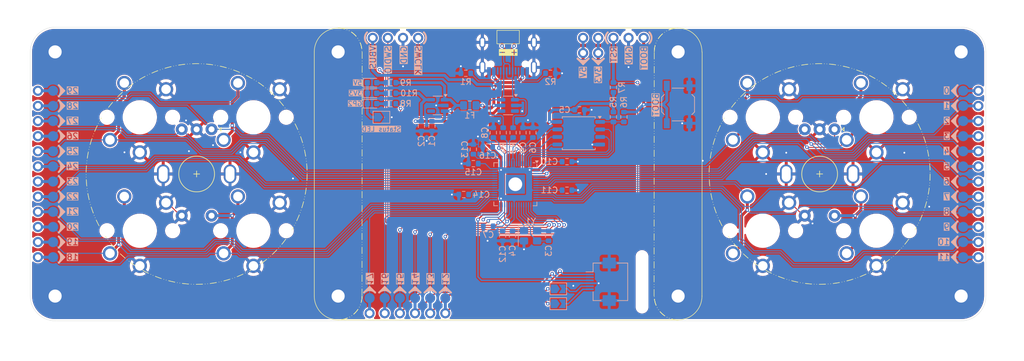
<source format=kicad_pcb>
(kicad_pcb (version 20241229) (generator "pcbnew") (generator_version "9.0")
  (layers (0 "F.Cu" signal) (2 "B.Cu" signal) (13 "F.Paste" user) (15 "B.Paste" user) (5 "F.SilkS" user "F.Silkscreen") (7 "B.SilkS" user "B.Silkscreen") (1 "F.Mask" user) (3 "B.Mask" user) (25 "Edge.Cuts" user))
  (net 0 "")
  (net 1 "GND")
  (net 2 "+5V")
  (net 5 "Net-(J2-CC2)")
  (net 6 "D-")
  (net 7 "VBUS")
  (net 8 "D+")
  (net 9 "Net-(J2-CC1)")
  (net 10 "+3.3V")
  (net 12 "+1V1")
  (net 13 "Net-(U3-XIN)")
  (net 14 "GP13")
  (net 15 "GP2")
  (net 16 "Reset")
  (net 17 "GP10")
  (net 18 "GP18")
  (net 19 "GP25")
  (net 20 "GP26")
  (net 21 "GP12")
  (net 22 "GP6")
  (net 23 "Net-(U3-XOUT)")
  (net 24 "QPSI_SS")
  (net 25 "GP15")
  (net 26 "Net-(U3-USB_DP)")
  (net 27 "Net-(U3-USB_DM)")
  (net 28 "BOOT")
  (net 29 "QPSI_SD1")
  (net 30 "QPSI_SCLK")
  (net 31 "QPSI_SD0")
  (net 32 "QPSI_SD3")
  (net 33 "QPSI_SD2")
  (net 34 "A1")
  (net 35 "B1")
  (net 36 "B2")
  (net 37 "A2")
  (net 38 "GP11")
  (net 39 "SWCLK")
  (net 40 "SWDIO")
  (net 41 "Net-(LD1-A)")
  (net 42 "Net-(LD1-K)")
  (net 43 "Net-(LD2-A)")
  (net 44 "Net-(LD3-A)")
  (net 45 "GP14")
  (net 46 "GP5")
  (net 47 "GP20")
  (net 48 "GP4")
  (net 49 "GP16")
  (net 50 "GP0")
  (net 51 "GP23")
  (net 52 "GP22")
  (net 53 "GP17")
  (net 54 "GP7")
  (net 55 "GP19")
  (net 56 "GP21")
  (net 57 "GP8")
  (net 58 "GP24")
  (net 59 "GP9")
  (net 62 "NRST")
  (net 63 "RDY")
  (net 64 "GP29")
  (footprint "MountingHole:MountingHole_2.2mm_M2_DIN965_Pad" (layer "F.Cu") (at 72.6515 45.8005)
    (property "Reference" "H5" (hide yes))
    (property "Value" "M2")
  )
  (footprint "TestPoint:TestPoint_Pad_2.5x2.5mm" (layer "F.Cu") (at 149.601 43.315)
    (property "Reference" "TP2" (hide yes))
    (property "Value" "D+")
  )
  (footprint "DreaM117er-keebLibrary:SW_Choc_GLP_KLP12_THT2" (layer "F.Cu") (at 191.3015 56.775 180)
    (property "Reference" "K5" (hide yes))
    (property "Value" "SW_Push")
  )
  (footprint "MountingHole:MountingHole_2.2mm_M2_DIN965_Pad" (layer "F.Cu") (at 120.1015 86.8005)
    (property "Reference" "H3" (hide yes))
    (property "Value" "M2")
  )
  (footprint "MountingHole:MountingHole_2.2mm_M2_DIN965_Pad" (layer "F.Cu") (at 224.5515 86.8005)
    (property "Reference" "H8" (hide yes))
    (property "Value" "M2")
  )
  (footprint "DreaM117er-keebLibrary:Azoteq_TPS65_201A_S" (layer "F.Cu") (at 148.6015 66.3005)
    (property "Reference" "TP1" (hide yes))
    (property "Value" "TPS65")
  )
  (footprint "DreaM117er-keebLibrary:SW_Choc_GLP_KLP12_THT2" (layer "F.Cu") (at 105.9015 75.8255 180)
    (property "Reference" "K4" (hide yes))
    (property "Value" "SW_Push")
  )
  (footprint "MountingHole:MountingHole_2.2mm_M2" (layer "F.Cu") (at 171.0515 84.4005)
    (property "Reference" "H9" (hide yes))
    (property "Value" "FFC-Pass")
  )
  (footprint "DreaM117er-keebLibrary:SW_Choc_GLP_KLP12_THT2" (layer "F.Cu") (at 86.8515 75.8255 180)
    (property "Reference" "K3" (hide yes))
    (property "Value" "SW_Push")
  )
  (footprint "TestPoint:TestPoint_Pad_2.5x2.5mm" (layer "F.Cu") (at 147.601 43.315)
    (property "Reference" "TP3" (hide yes))
    (property "Value" "D-")
  )
  (footprint "DreaM117er-keebLibrary:RotaryEncoder_EC11" (layer "F.Cu") (at 96.3765 66.3005 -90)
    (property "Reference" "RE1" (hide yes))
    (property "Value" "K4")
  )
  (footprint "MountingHole:MountingHole_2.2mm_M2_DIN965_Pad" (layer "F.Cu") (at 177.1015 86.8005)
    (property "Reference" "H4" (hide yes))
    (property "Value" "M2")
  )
  (footprint "MountingHole:MountingHole_2.2mm_M2_DIN965_Pad" (layer "F.Cu") (at 177.1015 45.8005)
    (property "Reference" "H2" (hide yes))
    (property "Value" "M2")
  )
  (footprint "DreaM117er-keebLibrary:SW_Choc_GLP_KLP12_THT2" (layer "F.Cu") (at 191.3015 75.825 180)
    (property "Reference" "K6" (hide yes))
    (property "Value" "SW_Push")
  )
  (footprint "DreaM117er-keebLibrary:SW_Choc_GLP_KLP12_THT2" (layer "F.Cu") (at 210.3515 56.775 180)
    (property "Reference" "K7" (hide yes))
    (property "Value" "SW_Push")
  )
  (footprint "DreaM117er-keebLibrary:SW_Choc_GLP_KLP12_THT2" (layer "F.Cu") (at 210.3515 75.825 180)
    (property "Reference" "K8" (hide yes))
    (property "Value" "SW_Push")
  )
  (footprint "DreaM117er-keebLibrary:SW_Choc_GLP_KLP12_THT2" (layer "F.Cu") (at 105.9015 56.7755 180)
    (property "Reference" "K2" (hide yes))
    (property "Value" "SW_Push")
  )
  (footprint "MountingHole:MountingHole_2.2mm_M2_DIN965_Pad" (layer "F.Cu") (at 149.811 68.021)
    (property "Reference" "J7" (hide yes))
    (property "Value" "GND below MCU")
  )
  (footprint "MountingHole:MountingHole_2.2mm_M2_DIN965_Pad" (layer "F.Cu") (at 72.6515 86.8005)
    (property "Reference" "H6" (hide yes))
    (property "Value" "M2")
  )
  (footprint "DreaM117er-keebLibrary:SW_Choc_GLP_KLP12_THT2" (layer "F.Cu") (at 86.8515 56.7755 180)
    (property "Reference" "K1" (hide yes))
    (property "Value" "SW_Push")
  )
  (footprint "DreaM117er-keebLibrary:RotaryEncoder_EC11" (layer "F.Cu") (at 200.8265 66.3 -90)
    (property "Reference" "RE2")
    (property "Value" "K8")
  )
  (footprint "MountingHole:MountingHole_2.2mm_M2_DIN965_Pad" (layer "F.Cu") (at 224.5515 45.8005)
    (property "Reference" "H7" (hide yes))
    (property "Value" "M2")
  )
  (footprint "MountingHole:MountingHole_2.2mm_M2_DIN965_Pad" (layer "F.Cu") (at 120.1015 45.8005)
    (property "Reference" "H1" (hide yes))
    (property "Value" "M2")
  )
  (footprint "Resistor_SMD:R_0603_1608Metric" (layer "B.Cu") (at 158.471 69.021)
    (property "Reference" "C11")
    (property "Value" "100nF")
  )
  (footprint "DreaM117er-keebLibrary:Testpoint_2.54mm_01x06_1to2_Hole2Pad" (layer "B.Cu") (at 138.072 89.6805 90)
    (property "Reference" "J9" (hide yes))
    (property "Value" "GPIO Testpoint" (hide yes))
  )
  (footprint "Crystal:Crystal_SMD_3225-4Pin_3.2x2.5mm" (layer "B.Cu") (at 152.362 76.69)
    (property "Reference" "Y1")
    (property "Value" "12MHz")
  )
  (footprint "Resistor_SMD:R_0603_1608Metric" (layer "B.Cu") (at 145.181 61.761 180)
    (property "Reference" "C16")
    (property "Value" "1uF")
  )
  (footprint "Resistor_SMD:R_0603_1608Metric" (layer "B.Cu") (at 135.821 58.27 90)
    (property "Reference" "C1")
    (property "Value" "1uF")
  )
  (footprint "Resistor_SMD:R_0603_1608Metric" (layer "B.Cu") (at 128.941 50.98 180)
    (property "Reference" "R9")
    (property "Value" "470")
  )
  (footprint "Resistor_SMD:R_0603_1608Metric" (layer "B.Cu") (at 146.1115 59.361 90)
    (property "Reference" "C8")
    (property "Value" "1uF")
  )
  (footprint "Resistor_SMD:R_0603_1608Metric" (layer "B.Cu") (at 145.262 75.08 180)
    (property "Reference" "C7")
    (property "Value" "100nF")
  )
  (footprint "Resistor_SMD:R_0603_1608Metric" (layer "B.Cu") (at 142.77 64.56 180)
    (property "Reference" "C15")
    (property "Value" "100nF")
  )
  (footprint "Resistor_SMD:R_0603_1608Metric" (layer "B.Cu") (at 134.061 58.27 -90)
    (property "Reference" "C2")
    (property "Value" "1uF")
  )
  (footprint "Resistor_SMD:R_0603_1608Metric" (layer "B.Cu") (at 155.701 49.395)
    (property "Reference" "R2")
    (property "Value" "5.1K")
  )
  (footprint "Jumper:SolderJumper-2_P1.3mm_Open_TrianglePad1.0x1.5mm" (layer "B.Cu") (at 127.361 56.776)
    (property "Reference" "SB2" (hide yes))
    (property "Value" "jumper")
  )
  (footprint "DreaM117er-keebLibrary:PinHeader_1x04_P2.54mm_Vertical" (layer "B.Cu") (at 125.901 43.451 -90)
    (property "Reference" "J6")
    (property "Value" "Flash_Pin")
  )
  (footprint "Package_TO_SOT_SMD:SOT-23-5" (layer "B.Cu") (at 136.821 54.79 180)
    (property "Reference" "U2" (hide yes))
    (property "Value" "RT9013-33GB")
  )
  (footprint "DreaM117er-keebLibrary:PinHeader_1x03_P2.54mm_Vertical" (layer "B.Cu") (at 166.251 43.451 -90)
    (property "Reference" "J3")
    (property "Value" "RESET & BOOT")
  )
  (footprint "Resistor_SMD:R_0603_1608Metric" (layer "B.Cu") (at 158.471 64.23)
    (property "Reference" "C10")
    (property "Value" "100nF")
  )
  (footprint "DreaM117er-keebLibrary:Hirose_FH12-6S-0.5SH_1x06-1MP_P0.50mm_Horizontal" (layer "B.Cu") (at 164.1515 84.4005 -90)
    (property "Reference" "J4" (hide yes))
    (property "Value" "TPS65-FFC0.5")
  )
  (footprint "DreaM117er-keebLibrary:Testpoint_2.54mm_01x12_1to2_Hole2Pad" (layer "B.Cu") (at 227.4315 52.33 180)
    (property "Reference" "J1" (hide yes))
    (property "Value" "GPIO Testpoint" (hide yes))
  )
  (footprint "Package_TO_SOT_SMD:SOT-23-6" (layer "B.Cu") (at 148.602 54.79 180)
    (property "Reference" "U1" (hide yes))
    (property "Value" "SRV05-4")
  )
  (footprint "Resistor_SMD:R_0603_1608Metric" (layer "B.Cu") (at 155.392 76.69 90)
    (property "Reference" "C3")
    (property "Value" "15pF")
  )
  (footprint "Resistor_SMD:R_0603_1608Metric" (layer "B.Cu") (at 142.77 62.15 90)
    (property "Reference" "C13")
    (property "Value" "100nF")
  )
  (footprint "Resistor_SMD:R_0603_1608Metric" (layer "B.Cu") (at 166.251 51.764 -90)
    (property "Reference" "R7")
    (property "Value" "10K")
  )
  (footprint "DreaM117er-keebLibrary:Testpoint_2.54mm_01x02_1to2_Hole2Pad" (layer "B.Cu") (at 161.171 43.451001 -90)
    (property "Reference" "J5" (hide yes))
    (property "Value" "PWR" (hide yes))
  )
  (footprint "Jumper:SolderJumper-2_P1.3mm_Open_TrianglePad1.0x1.5mm" (layer "B.Cu") (at 157.002 88.081)
    (property "Reference" "SB3" (hide yes))
    (property "Value" "jumper")
  )
  (footprint "LED_SMD:LED_0603_1608Metric" (layer "B.Cu") (at 125.781484 54.5)
    (property "Reference" "LD3" (hide yes))
    (property "Value" "Green")
  )
  (footprint "Resistor_SMD:R_0603_1608Metric" (layer "B.Cu") (at 160.571 55.524)
    (property "Reference" "C5")
    (property "Value" "100nF")
  )
  (footprint "Capacitor_SMD:C_0805_2012Metric_Pad1.18x1.45mm_HandSolder" (layer "B.Cu") (at 142.172 54.79 180)
    (property "Reference" "F1")
    (property "Value" "6V, 500mA")
  )
  (footprint "Connector_USB:USB_C_Receptacle_G-Switch_GT-USB-7010ASV" (layer "B.Cu") (at 148.6015 45.2755)
    (property "Reference" "J2" (hide yes))
    (property "Value" "USB_C_Receptacle_USB2.0_16P")
  )
  (footprint "Resistor_SMD:R_0603_1608Metric" (layer "B.Cu") (at 141.151 69.751 180)
    (property "Reference" "C14")
    (property "Value" "100nF")
  )
  (footprint "Resistor_SMD:R_0603_1608Metric" (layer "B.Cu") (at 141.502 49.395)
    (property "Reference" "R1")
    (property "Value" "5.1K")
  )
  (footprint "Resistor_SMD:R_0603_1608Metric" (layer "B.Cu") (at 147.672 76.69 -90)
    (property "Reference" "C12")
    (property "Value" "100nF")
  )
  (footprint "Resistor_SMD:R_0603_1608Metric" (layer "B.Cu") (at 149.332 76.69 -90)
    (property "Reference" "C4")
    (property "Value" "15pF")
  )
  (footprint "Resistor_SMD:R_0603_1608Metric" (layer "B.Cu") (at 166.251 56.724 90)
    (property "Reference" "R5")
    (property "Value" "10K")
  )
  (footprint "Resistor_SMD:R_0603_1608Metric" (layer "B.Cu") (at 128.941 54.5 180)
    (property "Reference" "R8")
    (property "Value" "100")
  )
  (footprint "Resistor_SMD:R_0603_1608Metric" (layer "B.Cu") (at 152.752 59.361 90)
    (property "Reference" "C6")
    (property "Value" "100nF")
  )
  (footprint "Jumper:SolderJumper-2_P1.3mm_Open_TrianglePad1.0x1.5mm" (layer "B.Cu") (at 157.002 85.581)
    (property "Reference" "SB1" (hide yes))
    (property "Value" "jumper")
  )
  (footprint "Resistor_SMD:R_0603_1608Metric" (layer "B.Cu") (at 168.011 56.724 90)
    (property "Reference" "R6")
    (property "Value" "1K")
  )
  (footprint "Resistor_SMD:R_0603_1608Metric" (layer "B.Cu") (at 151.092 59.361 90)
    (property "Reference" "C9")
    (property "Value" "100nF")
  )
  (footprint "LED_SMD:LED_0603_1608Metric" (layer "B.Cu") (at 125.781484 50.98)
    (property "Reference" "LD2" (hide yes))
    (property "Value" "Red")
  )
  (footprint "Resistor_SMD:R_0603_1608Metric" (layer "B.Cu") (at 128.941 52.74 180)
    (property "Reference" "R10")
    (property "Value" "220")
  )
  (footprint "Package_SO:SOIC-8_5.3x5.3mm_P1.27mm" (layer "B.Cu") (at 160.441 59.454 180)
    (property "Reference" "U4" (hide yes))
    (property "Value" "W25Q128JVS")
  )
  (footprint "Resistor_SMD:R_0603_1608Metric" (layer "B.Cu") (at 149.432 59.361 90)
    (property "Reference" "R3")
    (property "Value" "27")
  )
  (footprint "LED_SMD:LED_0603_1608Metric" (layer "B.Cu") (at 125.781484 52.74)
    (property "Reference" "LD1" (hide yes))
    (property "Value" "Red")
  )
  (footprint "Resistor_SMD:R_0603_1608Metric" (layer "B.Cu") (at 147.7715 59.361 -90)
    (property "Reference" "R4")
    (property "Value" "27")
  )
  (footprint "Package_DFN_QFN:QFN-56-1EP_7x7mm_P0.4mm_EP3.2x3.2mm" (layer "B.Cu") (at 149.811 68.021 180)
    (property "Reference" "U3" (hide yes))
    (property "Value" "RP2040")
  )
  (footprint "Button_Switch_SMD:SW_SPST_TL3342" (layer "B.Cu") (at 177.1015 54.639 90)
    (property "Reference" "SW1" (hide yes))
    (property "Value" "BOOT")
  )
  (footprint "DreaM117er-keebLibrary:Testpoint_2.54mm_01x12_1to2_Hole2Pad" (layer "B.Cu") (at 69.7715 80.27)
    (property "Reference" "J8" (hide yes))
    (property "Value" "GPIO Testpoint" (hide yes))
  )
  (gr_circle (center 96.3765 66.3005) (end 114.9015 66.3005) (stroke (width 0.1) (type dash_dot_dot)) (fill no) (layer "F.SilkS"))
  (gr_line (start 120.1015 90.8005) (end 177.1015 90.8005) (stroke (width 0.1)) (layer "F.SilkS"))
  (gr_line (start 124.1315 45.8205) (end 124.1015 86.8005) (stroke (width 0.1) (type dash_dot_dot)) (layer "F.SilkS"))
  (gr_line (start 120.1015 41.8005) (end 177.1015 41.8005) (stroke (width 0.1)) (layer "F.SilkS"))
  (gr_arc (start 173.1015 45.8005) (mid 174.273073 42.972073) (end 177.1015 41.8005) (stroke (width 0.1) (type dash_dot_dot)) (layer "F.SilkS"))
  (gr_circle (center 200.8265 66.3) (end 219.3515 66.3) (stroke (width 0.1) (type dash_dot_dot)) (fill no) (layer "F.SilkS"))
  (gr_line (start 173.0715 86.7805) (end 173.1015 45.8005) (stroke (width 0.1) (type dash_dot_dot)) (layer "F.SilkS"))
  (gr_arc (start 181.1015 86.8005) (mid 179.929927 89.628927) (end 177.1015 90.8005) (stroke (width 0.1)) (layer "F.SilkS"))
  (gr_arc (start 177.1015 41.8005) (mid 179.929927 42.972073) (end 181.1015 45.8005) (stroke (width 0.1)) (layer "F.SilkS"))
  (gr_arc (start 116.1015 45.8005) (mid 117.273073 42.972073) (end 120.1015 41.8005) (stroke (width 0.1)) (layer "F.SilkS"))
  (gr_arc (start 177.1015 90.8005) (mid 174.273073 89.628927) (end 173.1015 86.8005) (stroke (width 0.1) (type dash_dot_dot)) (layer "F.SilkS"))
  (gr_line (start 116.1015 86.8005) (end 116.1015 45.8005) (stroke (width 0.1)) (layer "F.SilkS"))
  (gr_rect (start 146.72 42.19) (end 150.48 44.44) (stroke (width 0.1)) (fill no) (layer "F.SilkS"))
  (gr_arc (start 120.1015 90.8005) (mid 117.273073 89.628927) (end 116.1015 86.8005) (stroke (width 0.1)) (layer "F.SilkS"))
  (gr_arc (start 124.1015 86.8005) (mid 122.929927 89.628927) (end 120.1015 90.8005) (stroke (width 0.1) (type dash_dot_dot)) (layer "F.SilkS"))
  (gr_line (start 181.1315 45.8205) (end 181.1015 86.8005) (stroke (width 0.1)) (layer "F.SilkS"))
  (gr_arc (start 120.1015 41.8005) (mid 122.929927 42.972073) (end 124.1015 45.8005) (stroke (width 0.1) (type dash_dot_dot)) (layer "F.SilkS"))
  (gr_line (start 68.5015 45.8005) (end 68.5015 86.8005) (stroke (width 0.05)) (layer "Edge.Cuts"))
  (gr_arc (start 224.5515 41.6505) (mid 227.485993 42.866007) (end 228.7015 45.8005) (stroke (width 0.05)) (layer "Edge.Cuts"))
  (gr_line (start 224.5515 90.9505) (end 72.6515 90.9505) (stroke (width 0.05)) (layer "Edge.Cuts"))
  (gr_arc (start 228.7015 86.8005) (mid 227.485993 89.734993) (end 224.5515 90.9505) (stroke (width 0.05)) (layer "Edge.Cuts"))
  (gr_arc (start 72.6515 90.9505) (mid 69.717007 89.734993) (end 68.5015 86.8005) (stroke (width 0.05)) (layer "Edge.Cuts"))
  (gr_line (start 72.6515 41.6505) (end 224.5515 41.6505) (stroke (width 0.05)) (layer "Edge.Cuts"))
  (gr_arc (start 68.5015 45.8005) (mid 69.717007 42.866007) (end 72.6515 41.6505) (stroke (width 0.05)) (layer "Edge.Cuts"))
  (gr_line (start 228.7015 86.8005) (end 228.7015 45.8005) (stroke (width 0.05)) (layer "Edge.Cuts"))
  (gr_text "SWDIO" (at 128.49 44.7 90) (layer "B.SilkS" knockout) (effects (font (size 1 1)) (justify left mirror)))
  (gr_text "VBUS" (at 125.95 44.7 90) (layer "B.SilkS" knockout) (effects (font (size 1 1)) (justify left mirror)))
  (gr_text "GND" (at 131.13 44.7 90) (layer "B.SilkS" knockout) (effects (font (size 1 1)) (justify left mirror)))
  (gr_text "SWCLK" (at 133.57 44.7 90) (layer "B.SilkS" knockout) (effects (font (size 1 1)) (justify left mirror)))
  (segment (start 168.791 48.36) (end 168.791 43.451) (width 0.16) (layer "F.Cu") (net 1))
  (segment (start 195.7015 71.125) (end 195.925 71.125) (width 0.16) (layer "F.Cu") (net 1))
  (segment (start 144.31 44.229) (end 144.31 48.372) (width 0.16) (layer "F.Cu") (net 1))
  (segment (start 214.7515 71.125) (end 212.32 68.6935) (width 0.16) (layer "F.Cu") (net 1))
  (segment (start 195.925 71.125) (end 198.1 73.3) (width 0.16) (layer "F.Cu") (net 1))
  (segment (start 212.32 68.6935) (end 212.32 64.6435) (width 0.16) (layer "F.Cu") (net 1))
  (segment (start 93.6605 73.3005) (end 93.8765 73.3005) (width 0.16) (layer "F.Cu") (net 1))
  (segment (start 99.13 61.46) (end 99.036 61.46) (width 0.16) (layer "F.Cu") (net 1))
  (segment (start 213.3125 59.714) (end 213.3125 53.514) (width 0.16) (layer "F.Cu") (net 1))
  (segment (start 91.2515 71.1255) (end 91.4855 71.1255) (width 0.16) (layer "F.Cu") (net 1))
  (segment (start 208.77 64.2565) (end 210.3515 62.675) (width 0.16) (layer "F.Cu") (net 1))
  (segment (start 198.35 56.3235) (end 198.35 54.7235) (width 0.16) (layer "F.Cu") (net 1))
  (segment (start 208.77 65.54) (end 208.77 64.2565) (width 0.16) (layer "F.Cu") (net 1))
  (segment (start 200.83 70.7965) (end 200.83 66.3) (width 0.16) (layer "F.Cu") (net 1))
  (segment (start 109.75 64.27) (end 112.53 67.05) (width 0.16) (layer "F.Cu") (net 1))
  (segment (start 88.7505 66.3005) (end 90.7765 66.3005) (width 0.16) (layer "F.Cu") (net 1))
  (segment (start 91.4855 71.1255) (end 93.6605 73.3005) (width 0.16) (layer "F.Cu") (net 1))
  (segment (start 103.7255 62.6755) (end 103.72 62.67) (width 0.16) (layer "F.Cu") (net 1))
  (segment (start 212.32 64.6435) (end 210.3515 62.675) (width 0.16) (layer "F.Cu") (net 1))
  (segment (start 88.31 64.134) (end 88.31 65.86) (width 0.16) (layer "F.Cu") (net 1))
  (segment (start 195.23 62.73) (end 195.2265 62.7335) (width 0.16) (layer "F.Cu") (net 1))
  (segment (start 200.8265 58.8) (end 198.35 56.3235) (width 0.16) (layer "F.Cu") (net 1))
  (segment (start 112.53 67.05) (end 112.53 68.897) (width 0.16) (layer "F.Cu") (net 1))
  (segment (start 213.3125 53.514) (end 214.7515 52.075) (width 0.16) (layer "F.Cu") (net 1))
  (segment (start 90.33 59.197) (end 86.8515 62.6755) (width 0.16) (layer "F.Cu") (net 1))
  (segment (start 89.83 78.747) (end 89.83 72.547) (width 0.16) (layer "F.Cu") (net 1))
  (segment (start 91.2515 52.0755) (end 89.67 53.657) (width 0.16) (layer "F.Cu") (net 1))
  (segment (start 198.1 73.3) (end 198.3265 73.3) (width 0.16) (layer "F.Cu") (net 1))
  (segment (start 195.2265 66.3) (end 200.83 66.3) (width 0.16) (layer "F.Cu") (net 1))
  (segment (start 90.33 56.05) (end 90.33 59.197) (width 0.16) (layer "F.Cu") (net 1))
  (segment (start 101.9765 63.4935) (end 102.8 62.67) (width 0.16) (layer "F.Cu") (net 1))
  (segment (start 89.83 72.547) (end 91.2515 71.1255) (width 0.16) (layer "F.Cu") (net 1))
  (segment (start 189.8965 64.08) (end 191.3015 62.675) (width 0.16) (layer "F.Cu") (net 1))
  (segment (start 112.53 68.897) (end 110.3015 71.1255) (width 0.16) (layer "F.Cu") (net 1))
  (segment (start 89.67 53.657) (end 89.67 55.39) (width 0.16) (layer "F.Cu") (net 1))
  (segment (start 198.35 54.7235) (end 195.7015 52.075) (width 0.16) (layer "F.Cu") (net 1))
  (segment (start 89.67 55.39) (end 90.33 56.05) (width 0.16) (layer "F.Cu") (net 1))
  (segment (start 101.9765 66.3005) (end 101.9765 63.4935) (width 0.16) (layer "F.Cu") (net 1))
  (segment (start 199.63325 74.60675) (end 198.3265 73.3) (width 0.16) (layer "F.Cu") (net 1))
  (segment (start 107.496 64.27) (end 109.75 64.27) (width 0.16) (layer "F.Cu") (net 1))
  (segment (start 86.8515 62.6755) (end 88.31 64.134) (width 0.16) (layer "F.Cu") (net 1))
  (segment (start 105.9015 62.6755) (end 107.496 64.27) (width 0.16) (layer "F.Cu") (net 1))
  (segment (start 86.8515 81.7255) (end 89.83 78.747) (width 0.16) (layer "F.Cu") (net 1))
  (segment (start 88.31 65.86) (end 88.7505 66.3005) (width 0.16) (layer "F.Cu") (net 1))
  (segment (start 181.23 64.08) (end 189.8965 64.08) (width 0.16) (layer "F.Cu") (net 1))
  (segment (start 152.9215 44.2005) (end 152.9215 48.4005) (width 0.16) (layer "F.Cu") (net 1))
  (segment (start 206.4265 66.3) (end 208.01 66.3) (width 0.16) (layer "F.Cu") (net 1))
  (segment (start 198.3265 73.3) (end 200.83 70.7965) (width 0.16) (layer "F.Cu") (net 1))
  (segment (start 200.83 66.3) (end 206.4265 66.3) (width 0.16) (layer "F.Cu") (net 1))
  (segment (start 195.2265 62.7335) (end 195.2265 66.3) (width 0.16) (layer "F.Cu") (net 1))
  (segment (start 99.036 61.46) (end 96.3765 58.8005) (width 0.16) (layer "F.Cu") (net 1))
  (segment (start 191.86 66.3) (end 195.2265 66.3) (width 0.16) (layer "F.Cu") (net 1))
  (segment (start 102.8 62.67) (end 103.72 62.67) (width 0.16) (layer "F.Cu") (net 1))
  (segment (start 130.981 48.229) (end 130.981 43.451) (width 0.16) (layer "F.Cu") (net 1))
  (segment (start 208.01 66.3) (end 208.77 65.54) (width 0.16) (layer "F.Cu") (net 1))
  (segment (start 210.3515 62.675) (end 213.3125 59.714) (width 0.16) (layer "F.Cu") (net 1))
  (via (at 168.791 48.36) (size 0.6) (drill 0.3) (layers "F.Cu" "B.Cu") (net 1))
  (via (at 199.63325 74.60675) (size 0.6) (drill 0.3) (layers "F.Cu" "B.Cu") (net 1))
  (via (at 157.65 49.395) (size 0.6) (drill 0.3) (layers "F.Cu" "B.Cu") (net 1))
  (via (at 136.54 54.79) (size 0.6) (drill 0.3) (layers "F.Cu" "B.Cu") (net 1))
  (via (at 99.13 61.46) (size 0.6) (drill 0.3) (layers "F.Cu" "B.Cu") (net 1))
  (via (at 112.53 67.05) (size 0.6) (drill 0.3) (layers "F.Cu" "B.Cu") (net 1))
  (via (at 181.23 64.08) (size 0.6) (drill 0.3) (layers "F.Cu" "B.Cu") (net 1))
  (via (at 159.53 85.07) (size 0.6) (drill 0.3) (layers "F.Cu" "B.Cu") (net 1))
  (via (at 163.78 84.6505) (size 0.6) (drill 0.3) (layers "F.Cu" "B.Cu") (net 1))
  (via (at 143.54 60) (size 0.6) (drill 0.3) (layers "F.Cu" "B.Cu") (net 1))
  (via (at 160.32 69.021) (size 0.6) (drill 0.3) (layers "F.Cu" "B.Cu") (net 1))
  (via (at 162.71 61.359) (size 0.6) (drill 0.3) (layers "F.Cu" "B.Cu") (net 1))
  (via (at 195.23 62.73) (size 0.6) (drill 0.3) (layers "F.Cu" "B.Cu") (net 1))
  (via (at 151.26 78.95) (size 0.6) (drill 0.3) (layers "F.Cu" "B.Cu") (net 1))
  (via (at 219.2 71.79) (size 0.6) (drill 0.3) (layers "F.Cu" "B.Cu") (net 1))
  (via (at 162.6 55.524) (size 0.6) (drill 0.3) (layers "F.Cu" "B.Cu") (net 1))
  (via (at 147.04 57.41) (size 0.6) (drill 0.3) (layers "F.Cu" "B.Cu") (net 1))
  (via (at 150.96 55.74) (size 0.6) (drill 0.3) (layers "F.Cu" "B.Cu") (net 1))
  (via (at 129.09 56.776) (size 0.6) (drill 0.3) (layers "F.Cu" "B.Cu") (net 1))
  (via (at 140.677 48.207) (size 0.6) (drill 0.3) (layers "F.Cu" "B.Cu") (net 1))
  (via (at 191.86 66.3) (size 0.6) (drill 0.3) (layers "F.Cu" "B.Cu") (net 1))
  (via (at 130.981 48.229) (size 0.6) (drill 0.3) (layers "F.Cu" "B.Cu") (net 1))
  (via (at 139.17 69.751) (size 0.6) (drill 0.3) (layers "F.Cu" "B.Cu") (net 1))
  (via (at 151.93 57.26) (size 0.6) (drill 0.3) (layers "F.Cu" "B.Cu") (net 1))
  (via (at 215.03 62.73) (size 0.6) (drill 0.3) (layers "F.Cu" "B.Cu") (net 1))
  (via (at 177.78 57.789) (size 0.6) (drill 0.3) (layers "F.Cu" "B.Cu") (net 1))
  (via (at 160.3 64.23) (size 0.6) (drill 0.3) (layers "F.Cu" "B.Cu") (net 1))
  (via (at 145.155 77.515) (size 0.6) (drill 0.3) (layers "F.Cu" "B.Cu") (net 1))
  (via (at 84.28 62.66) (size 0.6) (drill 0.3) (layers "F.Cu" "B.Cu") (net 1))
  (via (at 95.09 62.47) (size 0.6) (drill 0.3) (layers "F.Cu" "B.Cu") (net 1))
  (via (at 103.72 62.67) (size 0.6) (drill 0.3) (layers "F.Cu" "B.Cu") (net 1))
  (via (at 94.6 57.31) (size 0.6) (drill 0.3) (layers "F.Cu" "B.Cu") (net 1))
  (via (at 140.78 64.56) (size 0.6) (drill 0.3) (layers "F.Cu" "B.Cu") (net 1))
  (via (at 134.94 60.74) (size 0.6) (drill 0.3) (layers "F.Cu" "B.Cu") (net 1))
  (arc (start 144.2815 44.2005) (mid 144.301653 44.208847) (end 144.31 44.229) (width 0.16) (layer "F.Cu") (net 1))
  (arc (start 144.31 48.372) (mid 144.301653 48.392153) (end 144.2815 48.4005) (width 0.16) (layer "F.Cu") (net 1))
  (segment (start 191.3015 62.675) (end 192.4315 61.545) (width 0.16) (layer "B.Cu") (net 1))
  (segment (start 143.61 61.761) (end 144.356 61.761) (width 0.16) (layer "B.Cu") (net 1))
  (segment (start 90.7765 66.3005) (end 101.9765 66.3005) (width 0.16) (layer "B.Cu") (net 1))
  (segment (start 144.45 50.26) (end 144.2815 50.0915) (width 0.16) (layer "B.Cu") (net 1))
  (segment (start 179.0015 61.8515) (end 181.23 64.08) (width 0.16) (layer "B.Cu") (net 1))
  (segment (start 142.77 61.325) (end 143.61 61.325) (width 0.16) (layer "B.Cu") (net 1))
  (segment (start 157.65 49.395) (end 156.526 49.395) (width 0.16) (layer "B.Cu") (net 1))
  (segment (start 152.9215 50.1085) (end 152.9215 48.4005) (width 0.16) (layer "B.Cu") (net 1))
  (segment (start 159.9495 84.6505) (end 162.3015 84.6505) (width 0.16) (layer "B.Cu") (net 1))
  (segment (start 193.55 61.545) (end 194.045 61.545) (width 0.16) (layer "B.Cu") (net 1))
  (segment (start 104.4805 66.3005) (end 107.72 69.54) (width 0.16) (layer "B.Cu") (net 1))
  (segment (start 136.54 54.79) (end 137.9585 54.79) (width 0.16) (layer "B.Cu") (net 1))
  (segment (start 140.326 69.751) (end 139.17 69.751) (width 0.16) (layer "B.Cu") (net 1))
  (segment (start 165.5515 84.1785) (end 165.5515 81.2505) (width 0.16) (layer "B.Cu") (net 1))
  (segment (start 155.367 75.84) (end 155.392 75.865) (width 0.16) (layer "B.Cu") (net 1))
  (segment (start 177.1015 45.8005) (end 179.0015 47.7005) (width 0.16) (layer "B.Cu") (net 1))
  (segment (start 143.61 61.325) (end 143.61 60.07) (width 0.16) (layer "B.Cu") (net 1))
  (segment (start 177.78 57.789) (end 179.0015 57.789) (width 0.16) (layer "B.Cu") (net 1))
  (segment (start 139.121 69.751) (end 139.12 69.75) (width 0.16) (layer "B.Cu") (net 1))
  (segment (start 145.4015 50.1085) (end 145.25 50.26) (width 0.16) (layer "B.Cu") (net 1))
  (segment (start 159.53 85.07) (end 159.9495 84.6505) (width 0.16) (layer "B.Cu") (net 1))
  (segment (start 152.76 50.27) (end 152.9215 50.1085) (width 0.16) (layer "B.Cu") (net 1))
  (segment (start 165.5515 85.1225) (end 165.0795 84.6505) (width 0.16) (layer "B.Cu") (net 1))
  (segment (start 179.0015 47.7005) (end 179.0015 51.489) (width 0.16) (layer "B.Cu") (net 1))
  (segment (start 194.045 61.545) (end 195.23 62.73) (width 0.16) (layer "B.Cu") (net 1))
  (segment (start 165.5515 87.5505) (end 165.5515 85.1225) (width 0.16) (layer "B.Cu") (net 1))
  (segment (start 143.61 60.07) (end 143.54 60) (width 0.16) (layer "B.Cu") (net 1))
  (segment (start 213.841 61.541) (end 215.03 62.73) (width 0.16) (layer "B.Cu") (net 1))
  (segment (start 108.716 69.54) (end 110.3015 71.1255) (width 0.16) (layer "B.Cu") (net 1))
  (segment (start 150.97 54.79) (end 151.12 54.94) (width 0.16) (layer "B.Cu") (net 1))
  (segment (start 129.09 56.776) (end 128.086 56.776) (width 0.16) (layer "B.Cu") (net 1))
  (segment (start 149.7395 54.79) (end 150.97 54.79) (width 0.16) (layer "B.Cu") (net 1))
  (segment (start 163.78 84.6505) (end 162.3015 84.6505) (width 0.16) (layer "B.Cu") (net 1))
  (segment (start 210.3515 62.675) (end 211.4855 61.541) (width 0.16) (layer "B.Cu") (net 1))
  (segment (start 151.8015 50.1215) (end 151.95 50.27) (width 0.16) (layer "B.Cu") (net 1))
  (segment (start 211.4855 61.541) (end 212.31 61.541) (width 0.16) (layer "B.Cu") (net 1))
  (segment (start 101.9765 66.3005) (end 104.4805 66.3005) (width 0.16) (layer "B.Cu") (net 1))
  (segment (start 162.71 61.359) (end 164.0285 61.359) (width 0.16) (layer "B.Cu") (net 1))
  (segment (start 151.262 78.948) (end 151.262 77.54) (width 0.16) (layer "B.Cu") (net 1))
  (segment (start 145.155 77.515) (end 144.437 76.797) (width 0.16) (layer "B.Cu") (net 1))
  (segment (start 162.6 55.524) (end 161.396 55.524) (width 0.16) (layer "B.Cu") (net 1))
  (segment (start 163.78 84.6505) (end 165.0795 84.6505) (width 0.16) (layer "B.Cu") (net 1))
  (segment (start 143.61 61.325) (end 143.61 61.761) (width 0.16) (layer "B.Cu") (net 1))
  (segment (start 145.25 50.26) (end 144.45 50.26) (width 0.16) (layer "B.Cu") (net 1))
  (segment (start 151.12 55.58) (end 150.96 55.74) (width 0.16) (layer "B.Cu") (net 1))
  (segment (start 160.32 69.021) (end 159.296 69.021) (width 0.16) (layer "B.Cu") (net 1))
  (segment (start 144.2815 50.0915) (end 144.2815 48.4005) (width 0.16) (layer "B.Cu") (net 1))
  (segment (start 151.95 50.27) (end 152.76 50.27) (width 0.16) (layer "B.Cu") (net 1))
  (segment (start 151.26 78.95) (end 151.262 78.948) (width 0.16) (layer "B.Cu") (net 1))
  (segment (start 150.811 71.4585) (end 150.811 73.189) (width 0.16) (layer "B.Cu") (net 1))
  (segment (start 212.31 61.541) (end 213.841 61.541) (width 0.16) (layer "B.Cu") (net 1))
  (segment (start 192.4315 61.545) (end 193.55 61.545) (width 0.16) (layer "B.Cu") (net 1))
  (segment (start 151.12 54.94) (end 151.12 55.58) (width 0.16) (layer "B.Cu") (net 1))
  (segment (start 153.462 75.84) (end 155.367 75.84) (width 0.16) (layer "B.Cu") (net 1))
  (segment (start 140.78 64.56) (end 141.945 64.56) (width 0.16) (layer "B.Cu") (net 1))
  (segment (start 150.811 73.189) (end 153.462 75.84) (width 0.16) (layer "B.Cu") (net 1))
  (segment (start 107.72 69.54) (end 108.716 69.54) (width 0.16) (layer "B.Cu") (net 1))
  (segment (start 150.811 69.021) (end 149.811 68.021) (width 0.16) (layer "B.Cu") (net 1))
  (segment (start 144.437 76.797) (end 144.437 75.08) (width 0.16) (layer "B.Cu") (net 1))
  (segment (start 139.17 69.751) (end 139.121 69.751) (width 0.16) (layer "B.Cu") (net 1))
  (segment (start 179.0015 57.789) (end 179.0015 61.8515) (width 0.16) (layer "B.Cu") (net 1))
  (segment (start 145.155 77.515) (end 147.672 77.515) (width 0.16) (layer "B.Cu") (net 1))
  (segment (start 151.8015 49.0005) (end 151.8015 50.1215) (width 0.16) (layer "B.Cu") (net 1))
  (segment (start 140.677 48.207) (end 140.677 49.395) (width 0.16) (layer "B.Cu") (net 1))
  (segment (start 145.4015 49.0005) (end 145.4015 50.1085) (width 0.16) (layer "B.Cu") (net 1))
  (segment (start 179.0015 57.789) (end 179.0015 51.489) (width 0.16) (layer "B.Cu") (net 1))
  (segment (start 160.3 64.23) (end 159.296 64.23) (width 0.16) (layer "B.Cu") (net 1))
  (segment (start 165.0795 84.6505) (end 165.5515 84.1785) (width 0.16) (layer "B.Cu") (net 1))
  (segment (start 146.98 52.29) (end 147.629 51.641) (width 0.5) (layer "F.Cu") (net 2))
  (segment (start 139.31 56.13) (end 146.11 56.13) (width 0.5) (layer "F.Cu") (net 2))
  (segment (start 146.98 55.26) (end 146.98 52.29) (width 0.5) (layer "F.Cu") (net 2))
  (segment (start 147.629 51.641) (end 160.499 51.641) (width 0.5) (layer "F.Cu") (net 2))
  (segment (start 146.11 56.13) (end 146.98 55.26) (width 0.5) (layer "F.Cu") (net 2))
  (segment (start 160.499 51.641) (end 161.171 50.969) (width 0.5) (layer "F.Cu") (net 2))
  (segment (start 161.171 50.969) (end 161.171 45.991001) (width 0.5) (layer "F.Cu") (net 2))
  (segment (start 138.92 55.74) (end 139.31 56.13) (width 0.5) (layer "F.Cu") (net 2))
  (via (at 138.92 55.74) (size 0.6) (drill 0.3) (layers "F.Cu" "B.Cu") (net 2))
  (segment (start 139.87 54.79) (end 138.92 55.74) (width 0.5) (layer "B.Cu") (net 2))
  (segment (start 137.9585 55.74) (end 137.9585 56.9815) (width 0.5) (layer "B.Cu") (net 2))
  (segment (start 137.9585 53.84) (end 137.9585 51.5685) (width 0.5) (layer "B.Cu") (net 2))
  (segment (start 138.92 53.84) (end 137.9585 53.84) (width 0.5) (layer "B.Cu") (net 2))
  (segment (start 139.87 54.79) (end 141.1345 54.79) (width 0.5) (layer "B.Cu") (net 2))
  (segment (start 137.9585 51.5685) (end 137.37 50.98) (width 0.5) (layer "B.Cu") (net 2))
  (segment (start 139.87 54.79) (end 138.92 53.84) (width 0.5) (layer "B.Cu") (net 2))
  (segment (start 137.37 50.98) (end 129.766 50.98) (width 0.5) (layer "B.Cu") (net 2))
  (segment (start 138.92 55.74) (end 137.9585 55.74) (width 0.5) (layer "B.Cu") (net 2))
  (segment (start 137.495 57.445) (end 135.821 57.445) (width 0.5) (layer "B.Cu") (net 2))
  (segment (start 137.9585 56.9815) (end 137.495 57.445) (width 0.5) (layer "B.Cu") (net 2))
  (segment (start 150.76084 50.701) (end 153.57 50.701) (width 0.16) (layer "B.Cu") (net 5))
  (segment (start 150.3515 49.0005) (end 150.3515 50.29166) (width 0.16) (layer "B.Cu") (net 5))
  (segment (start 150.3515 50.29166) (end 150.76084 50.701) (width 0.16) (layer "B.Cu") (net 5))
  (segment (start 153.57 50.701) (end 154.876 49.395) (width 0.16) (layer "B.Cu") (net 5))
  (segment (start 147.592785 44.802004) (end 147.592785 44.745806) (width 0.2) (layer "F.Cu") (net 6))
  (segment (start 147.601 44.568053) (end 147.601 43.315) (width 0.5) (layer "F.Cu") (net 6))
  (segment (start 147.584789 44.81) (end 147.592785 44.802004) (width 0.2) (layer "F.Cu") (net 6))
  (via (at 147.584789 44.81) (size 0.6) (drill 0.3) (layers "F.Cu" "B.Cu") (net 6))
  (arc (start 147.592785 44.745806) (mid 147.598819 44.657011) (end 147.601 44.568053) (width 0.2) (layer "F.Cu") (net 6))
  (segment (start 147.46531 53.83919) (end 147.4645 53.84) (width 0.2) (layer "B.Cu") (net 6))
  (segment (start 147.3 56.44) (end 146.06 56.44) (width 0.2) (layer "B.Cu") (net 6))
  (segment (start 145.6 55.98) (end 145.6 54.31) (width 0.2) (layer "B.Cu") (net 6))
  (segment (start 147.8515 45.453897) (end 147.8515 47.4415) (width 0.2) (layer "B.Cu") (net 6))
  (segment (start 147.8515 49.0005) (end 147.8515 48.1385) (width 0.2) (layer "B.Cu") (net 6))
  (segment (start 148.8515 48.1285) (end 148.8515 49.0005) (width 0.2) (layer "B.Cu") (net 6))
  (segment (start 148.2 47.79) (end 148.513 47.79) (width 0.2) (layer "B.Cu") (net 6))
  (segment (start 146.07 53.84) (end 147.4645 53.84) (width 0.2) (layer "B.Cu") (net 6))
  (segment (start 147.7715 58.536) (end 147.7715 56.9115) (width 0.2) (layer "B.Cu") (net 6))
  (segment (start 147.8515 49.0005) (end 147.8515 52.906845) (width 0.2) (layer "B.Cu") (net 6))
  (arc (start 148.513 47.79) (mid 148.752356 47.889144) (end 148.8515 48.1285) (width 0.2) (layer "B.Cu") (net 6))
  (arc (start 146.06 56.44) (mid 145.734731 56.305269) (end 145.6 55.98) (width 0.2) (layer "B.Cu") (net 6))
  (arc (start 148.2 47.79) (mid 147.953573 47.892073) (end 147.8515 48.1385) (width 0.2) (layer "B.Cu") (net 6))
  (arc (start 147.8515 52.906845) (mid 147.751132 53.411426) (end 147.46531 53.83919) (width 0.2) (layer "B.Cu") (net 6))
  (arc (start 147.584789 44.81) (mid 147.782184 45.105422) (end 147.8515 45.453897) (width 0.2) (layer "B.Cu") (net 6))
  (arc (start 146.07 53.84) (mid 145.73766 53.97766) (end 145.6 54.31) (width 0.2) (layer "B.Cu") (net 6))
  (arc (start 147.3 56.44) (mid 147.633401 56.578099) (end 147.7715 56.9115) (width 0.2) (layer "B.Cu") (net 6))
  (arc (start 148.2 47.79) (mid 147.953573 47.687927) (end 147.8515 47.4415) (width 0.2) (layer "B.Cu") (net 6))
  (segment (start 146.2015 50.12) (end 147.0215 50.94) (width 0.5) (layer "F.Cu") (net 7))
  (segment (start 144.73 55.22) (end 145.7715 55.22) (width 0.5) (layer "F.Cu") (net 7))
  (segment (start 151.0015 50.12) (end 150.1815 50.94) (width 0.5) (layer "F.Cu") (net 7))
  (segment (start 146.2015 51.76) (end 147.0215 50.94) (width 0.5) (layer "F.Cu") (net 7))
  (segment (start 145.7715 55.22) (end 146.2015 54.79) (width 0.5) (layer "F.Cu") (net 7))
  (segment (start 146.2015 54.79) (end 146.2015 51.76) (width 0.5) (layer "F.Cu") (net 7))
  (segment (start 144.3 54.79) (end 144.73 55.22) (width 0.5) (layer "F.Cu") (net 7))
  (segment (start 150.1815 50.94) (end 147.0215 50.94) (width 0.5) (layer "F.Cu") (net 7))
  (via (at 144.3 54.79) (size 0.6) (drill 0.3) (layers "F.Cu" "B.Cu") (net 7))
  (via (at 146.2015 50.12) (size 0.6) (drill 0.3) (layers "F.Cu" "B.Cu") (net 7))
  (via (at 151.0015 50.12) (size 0.6) (drill 0.3) (layers "F.Cu" "B.Cu") (net 7))
  (via (at 146.2015 54.79) (size 0.6) (drill 0.3) (layers "F.Cu" "B.Cu") (net 7))
  (via (at 146.2015 51.76) (size 0.6) (drill 0.3) (layers "F.Cu" "B.Cu") (net 7))
  (segment (start 151.0015 50.12) (end 151.0015 49.0005) (width 0.5) (layer "B.Cu") (net 7))
  (segment (start 142.600052 50.47) (end 138.67 50.47) (width 0.5) (layer "B.Cu") (net 7))
  (segment (start 143.4 51.24) (end 143.392 51.232) (width 0.5) (layer "B.Cu") (net 7))
  (segment (start 146.2015 50.12) (end 146.2015 49.0005) (width 0.5) (layer "B.Cu") (net 7))
  (segment (start 144.3 54.79) (end 143.2095 54.79) (width 0.5) (layer "B.Cu") (net 7))
  (segment (start 138.67 50.47) (end 137.93 49.73) (width 0.5) (layer "B.Cu") (net 7))
  (segment (start 146.2015 51.76) (end 145.6815 51.24) (width 0.5) (layer "B.Cu") (net 7))
  (segment (start 126.71 49.73) (end 125.901 48.921) (width 0.5) (layer "B.Cu") (net 7))
  (segment (start 137.93 49.73) (end 126.71 49.73) (width 0.5) (layer "B.Cu") (net 7))
  (segment (start 125.901 48.921) (end 125.901 43.451) (width 0.5) (layer "B.Cu") (net 7))
  (segment (start 143.392 51.232) (end 143.362052 51.232) (width 0.5) (layer "B.Cu") (net 7))
  (segment (start 143.362052 51.232) (end 142.600052 50.47) (width 0.5) (layer "B.Cu") (net 7))
  (segment (start 145.6815 51.24) (end 143.4 51.24) (width 0.5) (layer "B.Cu") (net 7))
  (segment (start 146.2015 54.79) (end 147.4645 54.79) (width 0.5) (layer "B.Cu") (net 7))
  (segment (start 149.601 44.81) (end 149.601 43.315) (width 0.5) (layer "F.Cu") (net 8))
  (via (at 149.601 44.81) (size 0.6) (drill 0.3) (layers "F.Cu" "B.Cu") (net 8))
  (segment (start 149.3515 49.8725) (end 149.3515 49.0005) (width 0.2) (layer "B.Cu") (net 8))
  (segment (start 151.14 53.84) (end 149.7395 53.84) (width 0.2) (layer "B.Cu") (net 8))
  (segment (start 149.91 56.44) (end 151.15 56.44) (width 0.2) (layer "B.Cu") (net 8))
  (segment (start 148.7 50.21) (end 149.014 50.21) (width 0.2) (layer "B.Cu") (net 8))
  (segment (start 149.3515 50.5475) (end 149.3515 52.903285) (width 0.2) (layer "B.Cu") (net 8))
  (segment (start 148.3515 49.0005) (end 148.3515 49.8615) (width 0.2) (layer "B.Cu") (net 8))
  (segment (start 149.432 58.536) (end 149.432 56.918) (width 0.2) (layer "B.Cu") (net 8))
  (segment (start 149.3515 45.412346) (end 149.3515 49.0005) (width 0.2) (layer "B.Cu") (net 8))
  (segment (start 151.6 55.99) (end 151.6 54.3) (width 0.2) (layer "B.Cu") (net 8))
  (arc (start 148.7 50.21) (mid 148.453573 50.107927) (end 148.3515 49.8615) (width 0.2) (layer "B.Cu") (net 8))
  (arc (start 149.014 50.21) (mid 149.252649 50.111149) (end 149.3515 49.8725) (width 0.2) (layer "B.Cu") (net 8))
  (arc (start 149.014 50.21) (mid 149.252649 50.308851) (end 149.3515 50.5475) (width 0.2) (layer "B.Cu") (net 8))
  (arc (start 149.3515 52.903285) (mid 149.452338 53.410231) (end 149.7395 53.84) (width 0.2) (layer "B.Cu") (net 8))
  (arc (start 151.14 53.84) (mid 151.465269 53.974731) (end 151.6 54.3) (width 0.2) (layer "B.Cu") (net 8))
  (arc (start 151.15 56.44) (mid 151.468198 56.308198) (end 151.6 55.99) (width 0.2) (layer "B.Cu") (net 8))
  (arc (start 149.3515 45.412346) (mid 149.416343 45.086359) (end 149.601 44.81) (width 0.2) (layer "B.Cu") (net 8))
  (arc (start 149.91 56.44) (mid 149.572003 56.580003) (end 149.432 56.918) (width 0.2) (layer "B.Cu") (net 8))
  (segment (start 146.779 50.701) (end 143.633 50.701) (width 0.16) (layer "B.Cu") (net 9))
  (segment (start 147.3515 49.0005) (end 147.3515 50.1285) (width 0.16) (layer "B.Cu") (net 9))
  (segment (start 143.633 50.701) (end 142.327 49.395) (width 0.16) (layer "B.Cu") (net 9))
  (segment (start 147.3515 50.1285) (end 146.779 50.701) (width 0.16) (layer "B.Cu") (net 9))
  (segment (start 155.54 57.549) (end 155.54 53.06) (width 0.5) (layer "F.Cu") (net 10))
  (segment (start 147.41 65.62) (end 147.41 63.63) (width 0.5) (layer "F.Cu") (net 10))
  (segment (start 153.67 65.62) (end 152.21 65.62) (width 0.5) (layer "F.Cu") (net 10))
  (segment (start 143.815 57.445) (end 133.08 57.445) (width 0.5) (layer "F.Cu") (net 10))
  (segment (start 146.91 73.14) (end 144.36 73.14) (width 0.25) (layer "F.Cu") (net 10))
  (segment (start 147.41 63.63) (end 144.526 60.746) (width 0.5) (layer "F.Cu") (net 10))
  (segment (start 154.549 64.741) (end 153.67 65.62) (width 0.5) (layer "F.Cu") (net 10))
  (segment (start 147.41 70.42) (end 147.41 72.64) (width 0.25) (layer "F.Cu") (net 10))
  (segment (start 147.41 72.64) (end 146.91 73.14) (width 0.25) (layer "F.Cu") (net 10))
  (segment (start 155.54 53.06) (end 156.258 52.342) (width 0.5) (layer "F.Cu") (net 10))
  (segment (start 144.526 60.746) (end 144.526 58.156) (width 0.5) (layer "F.Cu") (net 10))
  (segment (start 156.258 52.342) (end 163.028 52.342) (width 0.5) (layer "F.Cu") (net 10))
  (segment (start 155.54 57.549) (end 154.549 58.54) (width 0.5) (layer "F.Cu") (net 10))
  (segment (start 144.526 58.156) (end 143.815 57.445) (width 0.5) (layer "F.Cu") (net 10))
  (segment (start 144.36 73.14) (end 143.55 73.95) (width 0.25) (layer "F.Cu") (net 10))
  (segment (start 163.028 52.342) (end 163.711 51.659) (width 0.5) (layer "F.Cu") (net 10))
  (segment (start 163.711 51.659) (end 163.711 45.991001) (width 0.5) (layer "F.Cu") (net 10))
  (segment (start 154.549 58.54) (end 154.549 64.741) (width 0.5) (layer "F.Cu") (net 10))
  (via (at 152.21 65.62) (size 0.6) (drill 0.3) (layers "F.Cu" "B.Cu") (net 10))
  (via (at 147.41 70.42) (size 0.6) (drill 0.3) (layers "F.Cu" "B.Cu") (net 10))
  (via (at 155.54 57.549) (size 0.6) (drill 0.3) (layers "F.Cu" "B.Cu") (net 10))
  (via (at 143.55 73.95) (size 0.6) (drill 0.3) (layers "F.Cu" "B.Cu") (net 10))
  (via (at 147.41 65.62) (size 0.6) (drill 0.3) (layers "F.Cu" "B.Cu") (net 10))
  (via (at 133.08 57.445) (size 0.6) (drill 0.3) (layers "F.Cu" "B.Cu") (net 10))
  (segment (start 143.55 83.57) (end 144.1305 84.1505) (width 0.25) (layer "B.Cu") (net 10))
  (segment (start 149.41 61.868) (end 149.41 63.63) (width 0.16) (layer "B.Cu") (net 10))
  (segment (start 149.611 71.4585) (end 149.611 73.926) (width 0.16) (layer "B.Cu") (net 10))
  (segment (start 149.611 63.831) (end 149.611 64.5835) (width 0.16) (layer "B.Cu") (net 10))
  (segment (start 153.2485 69.021) (end 152.609 69.021) (width 0.16) (layer "B.Cu") (net 10))
  (segment (start 146.3735 65.421) (end 145.621 65.421) (width 0.16) (layer "B.Cu") (net 10))
  (segment (start 159.746 55.524) (end 160.78 54.49) (width 0.5) (layer "B.Cu") (net 10))
  (segment (start 149.210999 63.829001) (end 149.41 63.63) (width 0.16) (layer "B.Cu") (net 10))
  (segment (start 147.611001 63.366001) (end 146.006 61.761) (width 0.16) (layer "B.Cu") (net 10))
  (segment (start 144.76 64.56) (end 145.621 65.421) (width 0.16) (layer "B.Cu") (net 10))
  (segment (start 155.19 64.23) (end 157.646 64.23) (width 0.16) (layer "B.Cu") (net 10))
  (segment (start 155.54 57.549) (end 156.8535 57.549) (width 0.5) (layer "B.Cu") (net 10))
  (segment (start 147.611001 64.5835) (end 147.611001 63.366001) (width 0.16) (layer "B.Cu") (net 10))
  (segment (start 149.41 63.63) (end 149.611 63.831) (width 0.16) (layer "B.Cu") (net 10))
  (segment (start 143.595 64.56) (end 144.76 64.56) (width 0.16) (layer "B.Cu") (net 10))
  (segment (start 134.71 53.84) (end 135.6835 53.84) (width 0.5) (layer "B.Cu") (net 10))
  (segment (start 146.3735 65.421) (end 147.211 65.421) (width 0.16) (layer "B.Cu") (net 10))
  (segment (start 149.210999 64.5835) (end 149.210999 65.429001) (width 0.16) (layer "B.Cu") (net 10))
  (segment (start 147.211 65.421) (end 147.41 65.62) (width 0.16) (layer "B.Cu") (net 10))
  (segment (start 133.08 57.445) (end 134.061 57.445) (width 0.5) (layer "B.Cu") (net 10))
  (segment (start 160.78 54.49) (end 165.56 54.49) (width 0.5) (layer "B.Cu") (net 10))
  (segment (start 146.3735 69.021) (end 142.706 69.021) (width 0.16) (layer "B.Cu") (net 10))
  (segment (start 143.55 73.95) (end 143.55 83.57) (width 0.25) (layer "B.Cu") (net 10))
  (segment (start 165.56 54.49) (end 166.251 53.799) (width 0.5) (layer "B.Cu") (net 10))
  (segment (start 155.54 56.11) (end 156.126 55.524) (width 0.5) (layer "B.Cu") (net 10))
  (segment (start 166.251 55.181) (end 166.251 55.899) (width 0.5) (layer "B.Cu") (net 10))
  (segment (start 134.061 54.489) (end 134.71 53.84) (width 0.5) (layer "B.Cu") (net 10))
  (segment (start 147.211 63.881) (end 147.211 64.5835) (width 0.16) (layer "B.Cu") (net 10))
  (segment (start 147.611001 64.5835) (end 147.611001 65.418999) (width 0.16) (layer "B.Cu") (net 10))
  (segment (start 153.999 65.421) (end 155.19 64.23) (width 0.16) (layer "B.Cu") (net 10))
  (segment (start 149.611 64.5835) (end 149.611 65.421) (width 0.16) (layer "B.Cu") (net 10))
  (segment (start 133.61 52.74) (end 129.766 52.74) (width 0.5) (layer "B.Cu") (net 10))
  (segment (start 149.210999 64.5835) (end 149.210999 63.829001) (width 0.16) (layer "B.Cu") (net 10))
  (segment (start 152.409 65.421) (end 153.2485 65.421) (width 0.16) (layer "B.Cu") (net 10))
  (segment (start 165.56 54.49) (end 166.251 55.181) (width 0.5) (layer "B.Cu") (net 10))
  (segment (start 147.211 64.5835) (end 147.211 65.421) (width 0.16) (layer "B.Cu") (net 10))
  (segment (start 151.092 60.186) (end 149.41 61.868) (width 0.16) (layer "B.Cu") (net 10))
  (segment (start 156.126 55.524) (end 159.746 55.524) (width 0.5) (layer "B.Cu") (net 10))
  (segment (start 142.706 69.021) (end 141.976 69.751) (width 0.16) (layer "B.Cu") (net 10))
  (segment (start 147.049 69.021) (end 146.3735 69.021) (width 0.16) (layer "B.Cu") (net 10))
  (segment (start 143.445 63.65) (end 146.98 63.65) (width 0.16) (layer "B.Cu") (net 10))
  (segment (start 142.77 62.975) (end 143.445 63.65) (width 0.16) (layer "B.Cu") (net 10))
  (segment (start 134.061 57.445) (end 134.061 54.489) (width 0.5) (layer "B.Cu") (net 10))
  (segment (start 149.611 71.4585) (end 149.611 70.709) (width 0.16) (layer "B.Cu") (net 10))
  (segment (start 149.611 73.926) (end 147.672 75.865) (width 0.16) (layer "B.Cu") (net 10))
  (segment (start 166.251 53.799) (end 166.251 52.589) (width 0.5) (layer "B.Cu") (net 10))
  (segment (start 134.71 53.84) (end 133.61 52.74) (width 0.5) (layer "B.Cu") (net 10))
  (segment (start 153.2485 69.021) (end 157.646 69.021) (width 0.16) (layer "B.Cu") (net 10))
  (segment (start 155.54 57.549) (end 155.54 56.11) (width 0.5) (layer "B.Cu") (net 10))
  (segment (start 147.611001 65.418999) (end 147.41 65.62) (width 0.16) (layer "B.Cu") (net 10))
  (segment (start 144.1305 84.1505) (end 162.3015 84.1505) (width 0.25) (layer "B.Cu") (net 10))
  (segment (start 153.2485 65.421) (end 153.999 65.421) (width 0.16) (layer "B.Cu") (net 10))
  (segment (start 146.98 63.65) (end 147.211 63.881) (width 0.16) (layer "B.Cu") (net 10))
  (segment (start 152.21 65.62) (end 152.409 65.421) (width 0.16) (layer "B.Cu") (net 10))
  (segment (start 148.430122 74.280122) (end 148.01 73.86) (width 0.16) (layer "F.Cu") (net 12))
  (segment (start 148.37 62.58) (end 149.57 62.58) (width 0.16) (layer "F.Cu") (net 12))
  (segment (start 149.57 62.58) (end 150.011 62.139) (width 0.16) (layer "F.Cu") (net 12))
  (segment (start 147.04 61.94) (end 147.73 61.94) (width 0.16) (layer "F.Cu") (net 12))
  (segment (start 148.01 73.86) (end 148.01 62.94) (width 0.16) (layer "F.Cu") (net 12))
  (segment (start 148.01 62.94) (end 148.37 62.58) (width 0.16) (layer "F.Cu") (net 12))
  (segment (start 147.73 61.94) (end 148.37 62.58) (width 0.16) (layer "F.Cu") (net 12))
  (via (at 150.011 62.139) (size 0.6) (drill 0.3) (layers "F.Cu" "B.Cu") (net 12))
  (via (at 148.430122 74.280122) (size 0.6) (drill 0.3) (layers "F.Cu" "B.Cu") (net 12))
  (via (at 147.04 61.94) (size 0.6) (drill 0.3) (layers "F.Cu" "B.Cu") (net 12))
  (segment (start 148.430122 74.280122) (end 148.429878 74.280122) (width 0.16) (layer "B.Cu") (net 12))
  (segment (start 148.011 62.921) (end 148.011 64.5835) (width 0.16) (layer "B.Cu") (net 12))
  (segment (start 148.011 64.5835) (end 148.01 64.5845) (width 0.16) (layer "B.Cu") (net 12))
  (segment (start 152.752 60.186) (end 150.799 62.139) (width 0.16) (layer "B.Cu") (net 12))
  (segment (start 149.210999 73.499001) (end 149.210999 71.4585) (width 0.16) (layer "B.Cu") (net 12))
  (segment (start 147.04 61.94) (end 147.04 61.1145) (width 0.16) (layer "B.Cu") (net 12))
  (segment (start 147.63 75.08) (end 146.087 75.08) (width 0.16) (layer "B.Cu") (net 12))
  (segment (start 150.799 62.139) (end 150.011 62.139) (width 0.16) (layer "B.Cu") (net 12))
  (segment (start 147.04 61.94) (end 147.04 61.95) (width 0.16) (layer "B.Cu") (net 12))
  (segment (start 147.04 61.1145) (end 146.1115 60.186) (width 0.16) (layer "B.Cu") (net 12))
  (segment (start 150.011 62.139) (end 150.011 64.5835) (width 0.16) (layer "B.Cu") (net 12))
  (segment (start 147.04 61.95) (end 148.011 62.921) (width 0.16) (layer "B.Cu") (net 12))
  (segment (start 148.430122 74.280122) (end 148.430122 74.279878) (width 0.16) (layer "B.Cu") (net 12))
  (segment (start 148.430122 74.279878) (end 149.210999 73.499001) (width 0.16) (layer "B.Cu") (net 12))
  (segment (start 148.429878 74.280122) (end 147.63 75.08) (width 0.16) (layer "B.Cu") (net 12))
  (segment (start 152.36 75.32) (end 152.36 76.438) (width 0.16) (layer "B.Cu") (net 13))
  (segment (start 150.411001 73.371001) (end 152.36 75.32) (width 0.16) (layer "B.Cu") (net 13))
  (segment (start 153.462 77.54) (end 155.367 77.54) (width 0.16) (layer "B.Cu") (net 13))
  (segment (start 150.411001 71.4585) (end 150.411001 73.371001) (width 0.16) (layer "B.Cu") (net 13))
  (segment (start 152.36 76.438) (end 153.462 77.54) (width 0.16) (layer "B.Cu") (net 13))
  (segment (start 155.367 77.54) (end 155.392 77.515) (width 0.16) (layer "B.Cu") (net 13))
  (segment (start 154.221 86.6) (end 138.6125 86.6) (width 0.25) (layer "F.Cu") (net 14))
  (segment (start 156.007 76.003) (end 157.16 74.85) (width 0.16) (layer "F.Cu") (net 14))
  (segment (start 135.957 76.003) (end 156.007 76.003) (width 0.16) (layer "F.Cu") (net 14))
  (segment (start 155.24 85.581) (end 154.221 86.6) (width 0.25) (layer "F.Cu") (net 14))
  (segment (start 135.532 76.428) (end 135.957 76.003) (width 0.16) (layer "F.Cu") (net 14))
  (segment (start 138.6125 86.6) (end 135.532 89.6805) (width 0.25) (layer "F.Cu") (net 14))
  (via (at 155.24 85.581) (size 0.6) (drill 0.3) (layers "F.Cu" "B.Cu") (net 14))
  (via (at 135.532 76.428) (size 0.6) (drill 0.3) (layers "F.Cu" "B.Cu") (net 14))
  (via (at 157.16 74.85) (size 0.6) (drill 0.3) (layers "F.Cu" "B.Cu") (net 14))
  (segment (start 155.24 85.581) (end 156.277 85.581) (width 0.5) (layer "B.Cu") (net 14))
  (segment (start 156.199 73.889) (end 157.16 74.85) (width 0.16) (layer "B.Cu") (net 14))
  (segment (start 152.010999 72.700999) (end 153.199 73.889) (width 0.16) (layer "B.Cu") (net 14))
  (segment (start 153.199 73.889) (end 156.199 73.889) (width 0.16) (layer "B.Cu") (net 14))
  (segment (start 152.010999 71.4585) (end 152.010999 72.700999) (width 0.16) (layer "B.Cu") (net 14))
  (segment (start 135.532 76.428) (end 135.532 87.1405) (width 0.16) (layer "B.Cu") (net 14))
  (segment (start 151.01 62.21) (end 151.01 65.34) (width 0.16) (layer "F.Cu") (net 15))
  (segment (start 131.136 56.85) (end 144.04 56.85) (width 0.16) (layer "F.Cu") (net 15))
  (segment (start 151.895 66.225) (end 155.055 66.225) (width 0.16) (layer "F.Cu") (net 15))
  (segment (start 130.58 56.294) (end 131.136 56.85) (width 0.16) (layer "F.Cu") (net 15))
  (segment (start 150.13 61.33) (end 151.01 62.21) (width 0.16) (layer "F.Cu") (net 15))
  (segment (start 144.04 56.85) (end 145.057 57.867) (width 0.16) (layer "F.Cu") (net 15))
  (segment (start 145.057 57.867) (end 145.057 60.457) (width 0.16) (layer "F.Cu") (net 15))
  (segment (start 145.057 60.457) (end 145.93 61.33) (width 0.16) (layer "F.Cu") (net 15))
  (segment (start 151.01 65.34) (end 151.895 66.225) (width 0.16) (layer "F.Cu") (net 15))
  (segment (start 145.93 61.33) (end 150.13 61.33) (width 0.16) (layer "F.Cu") (net 15))
  (segment (start 130.58 55.314) (end 130.58 56.294) (width 0.16) (layer "F.Cu") (net 15))
  (via (at 130.58 55.314) (size 0.6) (drill 0.3) (layers "F.Cu" "B.Cu") (net 15))
  (via (at 155.055 66.225) (size 0.6) (drill 0.3) (layers "F.Cu" "B.Cu") (net 15))
  (segment (start 154.659 66.621) (end 153.2485 66.621) (width 0.16) (layer "B.Cu") (net 15))
  (segment (start 189.629533 60.101) (end 199.116968 60.101) (width 0.16) (layer "B.Cu") (net 15))
  (segment (start 155.055 66.225) (end 154.659 66.621) (width 0.16) (layer "B.Cu") (net 15))
  (segment (start 201.741968 62.726) (end 206.364533 62.726) (width 0.16) (layer "B.Cu") (net 15))
  (segment (start 199.116968 60.101) (end 201.741968 62.726) (width 0.16) (layer "B.Cu") (net 15))
  (segment (start 222.2045 60.097) (end 224.8915 57.41) (width 0.16) (layer "B.Cu") (net 15))
  (segment (start 130.58 55.314) (end 129.766 54.5) (width 0.16) (layer "B.Cu") (net 15))
  (segment (start 183.918532 65.812) (end 189.629533 60.101) (width 0.16) (layer "B.Cu") (net 15))
  (segment (start 155.468 65.812) (end 183.918532 65.812) (width 0.16) (layer "B.Cu") (net 15))
  (segment (start 206.364533 62.726) (end 208.993535 60.097) (width 0.16) (layer "B.Cu") (net 15))
  (segment (start 155.055 66.225) (end 155.468 65.812) (width 0.16) (layer "B.Cu") (net 15))
  (segment (start 208.993535 60.097) (end 222.2045 60.097) (width 0.16) (layer "B.Cu") (net 15))
  (segment (start 170.32 54.82) (end 170.8 54.34) (width 0.16) (layer "F.Cu") (net 16))
  (segment (start 146.844553 73.554553) (end 148.21 74.92) (width 0.16) (layer "F.Cu") (net 16))
  (segment (start 148.21 74.92) (end 154.57 74.92) (width 0.16) (layer "F.Cu") (net 16))
  (segment (start 144.44 73.96) (end 144.845447 73.554553) (width 0.16) (layer "F.Cu") (net 16))
  (segment (start 158.41 74.25) (end 158.92 74.76) (width 0.16) (layer "F.Cu") (net 16))
  (segment (start 154.57 74.92) (end 155.24 74.25) (width 0.16) (layer "F.Cu") (net 16))
  (segment (start 158.92 74.76) (end 169.83 74.76) (width 0.16) (layer "F.Cu") (net 16))
  (segment (start 170.8 51.45) (end 170.29 50.94) (width 0.16) (layer "F.Cu") (net 16))
  (segment (start 170.8 54.34) (end 170.8 51.45) (width 0.16) (layer "F.Cu") (net 16))
  (segment (start 170.32 74.27) (end 170.32 54.82) (width 0.16) (layer "F.Cu") (net 16))
  (segment (start 155.24 74.25) (end 158.41 74.25) (width 0.16) (layer "F.Cu") (net 16))
  (segment (start 169.83 74.76) (end 170.32 74.27) (width 0.16) (layer "F.Cu") (net 16))
  (segment (start 144.845447 73.554553) (end 146.844553 73.554553) (width 0.16) (layer "F.Cu") (net 16))
  (via (at 170.29 50.94) (size 0.6) (drill 0.3) (layers "F.Cu" "B.Cu") (net 16))
  (via (at 144.44 73.96) (size 0.6) (drill 0.3) (layers "F.Cu" "B.Cu") (net 16))
  (segment (start 144.845447 73.554553) (end 147.075447 73.554553) (width 0.16) (layer "B.Cu") (net 16))
  (segment (start 148.011 72.619) (end 148.011 71.4585) (width 0.16) (layer "B.Cu") (net 16))
  (segment (start 170.289 50.939) (end 166.251 50.939) (width 0.16) (layer "B.Cu") (net 16))
  (segment (start 144.44 73.96) (end 144.845447 73.554553) (width 0.16) (layer "B.Cu") (net 16))
  (segment (start 166.251 50.939) (end 166.251 43.451) (width 0.5) (layer "B.Cu") (net 16))
  (segment (start 144.44 73.96) (end 144.482613 73.91814) (width 0.16) (layer "B.Cu") (net 16))
  (segment (start 170.29 50.94) (end 170.289 50.939) (width 0.16) (layer "B.Cu") (net 16))
  (segment (start 147.075447 73.554553) (end 148.011 72.619) (width 0.16) (layer "B.Cu") (net 16))
  (segment (start 208.12 79.33) (end 223.2915 79.33) (width 0.16) (layer "B.Cu") (net 17))
  (segment (start 161.002064 70.612) (end 162.909063 68.705) (width 0.16) (layer "B.Cu") (net 17))
  (segment (start 189.86 79.19) (end 194.34 79.19) (width 0.16) (layer "B.Cu") (net 17))
  (segment (start 184.444468 68.705) (end 187.72 71.980532) (width 0.16) (layer "B.Cu") (net 17))
  (segment (start 206.09 81.36) (end 208.12 79.33) (width 0.16) (layer "B.Cu") (net 17))
  (segment (start 156.089936 70.220999) (end 156.480939 70.612) (width 0.16) (layer "B.Cu") (net 17))
  (segment (start 156.480939 70.612) (end 161.002064 70.612) (width 0.16) (layer "B.Cu") (net 17))
  (segment (start 196.51 81.36) (end 206.09 81.36) (width 0.16) (layer "B.Cu") (net 17))
  (segment (start 223.2915 79.33) (end 224.8915 77.73) (width 0.16) (layer "B.Cu") (net 17))
  (segment (start 187.72 77.05) (end 189.86 79.19) (width 0.16) (layer "B.Cu") (net 17))
  (segment (start 162.909063 68.705) (end 184.444468 68.705) (width 0.16) (layer "B.Cu") (net 17))
  (segment (start 194.34 79.19) (end 196.51 81.36) (width 0.16) (layer "B.Cu") (net 17))
  (segment (start 187.72 71.980532) (end 187.72 77.05) (width 0.16) (layer "B.Cu") (net 17))
  (segment (start 153.2485 70.220999) (end 156.089936 70.220999) (width 0.16) (layer "B.Cu") (net 17))
  (segment (start 103.3015 72.349) (end 102.35 73.3005) (width 0.5) (layer "F.Cu") (net 18))
  (segment (start 102.35 73.3005) (end 102.35 78.177) (width 0.5) (layer "F.Cu") (net 18))
  (segment (start 103.3015 70.0755) (end 103.3015 72.349) (width 0.5) (layer "F.Cu") (net 18))
  (segment (start 102.35 78.177) (end 100.9015 79.6255) (width 0.5) (layer "F.Cu") (net 18))
  (via (at 102.35 73.3005) (size 0.6) (drill 0.3) (layers "F.Cu" "B.Cu") (net 18))
  (segment (start 103.632468 80.063) (end 103.194968 79.6255) (width 0.16) (layer "B.Cu") (net 18))
  (segment (start 126.057915 72.471553) (end 118.466466 80.063) (width 0.16) (layer "B.Cu") (net 18))
  (segment (start 145.619 70.621) (end 143.768444 72.471553) (width 0.16) (layer "B.Cu") (net 18))
  (segment (start 72.3115 80.27) (end 73.4315 81.39) (width 0.16) (layer "B.Cu") (net 18))
  (segment (start 83.49 81.39) (end 84.827 80.053) (width 0.16) (layer "B.Cu") (net 18))
  (segment (start 102.35 73.3005) (end 98.8765 73.3005) (width 0.5) (layer "B.Cu") (net 18))
  (segment (start 118.466466 80.063) (end 103.632468 80.063) (width 0.16) (layer "B.Cu") (net 18))
  (segment (start 103.194968 79.6255) (end 100.9015 79.6255) (width 0.16) (layer "B.Cu") (net 18))
  (segment (start 98.13753 80.053) (end 98.56503 79.6255) (width 0.16) (layer "B.Cu") (net 18))
  (segment (start 84.827 80.053) (end 98.13753 80.053) (width 0.16) (layer "B.Cu") (net 18))
  (segment (start 73.4315 81.39) (end 83.49 81.39) (width 0.16) (layer "B.Cu") (net 18))
  (segment (start 98.56503 79.6255) (end 100.9015 79.6255) (width 0.16) (layer "B.Cu") (net 18))
  (segment (start 146.3735 70.621) (end 145.619 70.621) (width 0.16) (layer "B.Cu") (net 18))
  (segment (start 143.768444 72.471553) (end 126.057915 72.471553) (width 0.16) (layer "B.Cu") (net 18))
  (segment (start 84.2515 51.0255) (end 84.2515 53.299) (width 0.5) (layer "F.Cu") (net 19))
  (segment (start 83.3 59.127) (end 81.8515 60.5755) (width 0.5) (layer "F.Cu") (net 19))
  (segment (start 83.3 54.2505) (end 83.3 59.127) (width 0.5) (layer "F.Cu") (net 19))
  (segment (start 84.2515 53.299) (end 83.3 54.2505) (width 0.5) (layer "F.Cu") (net 19))
  (segment (start 94.630436 60.5755) (end 81.8515 60.5755) (width 0.16) (layer "B.Cu") (net 19))
  (segment (start 74.226 60.5755) (end 81.8515 60.5755) (width 0.16) (layer "B.Cu") (net 19))
  (segment (start 97.026936 62.972) (end 94.630436 60.5755) (width 0.16) (layer "B.Cu") (net 19))
  (segment (start 107.854 61.194) (end 104.087063 61.194) (width 0.16) (layer "B.Cu") (net 19))
  (segment (start 146.3735 67.420999) (end 114.080999 67.420999) (width 0.16) (layer "B.Cu") (net 19))
  (segment (start 102.309062 62.972) (end 97.026936 62.972) (width 0.16) (layer "B.Cu") (net 19))
  (segment (start 72.3115 62.49) (end 74.226 60.5755) (width 0.16) (layer "B.Cu") (net 19))
  (segment (start 104.087063 61.194) (end 102.309062 62.972) (width 0.16) (layer "B.Cu") (net 19))
  (segment (start 114.080999 67.420999) (end 107.854 61.194) (width 0.16) (layer "B.Cu") (net 19))
  (segment (start 102.159531 62.611) (end 97.176468 62.611) (width 0.16) (layer "B.Cu") (net 20))
  (segment (start 94.779967 60.2145) (end 84.563968 60.2145) (width 0.16) (layer "B.Cu") (net 20))
  (segment (start 73.4015 58.86) (end 72.3115 59.95) (width 0.16) (layer "B.Cu") (net 20))
  (segment (start 146.3735 67.021) (end 114.191532 67.021) (width 0.16) (layer "B.Cu") (net 20))
  (segment (start 108.003531 60.833) (end 103.937532 60.833) (width 0.16) (layer "B.Cu") (net 20))
  (segment (start 114.191532 67.021) (end 108.003531 60.833) (width 0.16) (layer "B.Cu") (net 20))
  (segment (start 84.563968 60.2145) (end 83.209468 58.86) (width 0.16) (layer "B.Cu") (net 20))
  (segment (start 97.176468 62.611) (end 94.779967 60.2145) (width 0.16) (layer "B.Cu") (net 20))
  (segment (start 83.209468 58.86) (end 73.4015 58.86) (width 0.16) (layer "B.Cu") (net 20))
  (segment (start 103.937532 60.833) (end 102.159531 62.611) (width 0.16) (layer "B.Cu") (net 20))
  (segment (start 138.072 76.808) (end 138.516 76.364) (width 0.16) (layer "F.Cu") (net 21))
  (segment (start 140.6925 87.06) (end 154.219 87.06) (width 0.25) (layer "F.Cu") (net 21))
  (segment (start 156.486 76.364) (end 158 74.85) (width 0.16) (layer "F.Cu") (net 21))
  (segment (start 138.516 76.364) (end 156.486 76.364) (width 0.16) (layer "F.Cu") (net 21))
  (segment (start 154.219 87.06) (end 155.24 88.081) (width 0.25) (layer "F.Cu") (net 21))
  (segment (start 138.072 89.6805) (end 140.6925 87.06) (width 0.25) (layer "F.Cu") (net 21))
  (via (at 138.072 76.808) (size 0.6) (drill 0.3) (layers "F.Cu" "B.Cu") (net 21))
  (via (at 155.24 88.081) (size 0.6) (drill 0.3) (layers "F.Cu" "B.Cu") (net 21))
  (via (at 158 74.85) (size 0.6) (drill 0.3) (layers "F.Cu" "B.Cu") (net 21))
  (segment (start 152.411 71.4585) (end 152.411 72.581) (width 0.16) (layer "B.Cu") (net 21))
  (segment (start 152.411 72.581) (end 153.33 73.5) (width 0.16) (layer "B.Cu") (net 21))
  (segment (start 156.65 73.5) (end 158 74.85) (width 0.16) (layer "B.Cu") (net 21))
  (segment (start 155.24 88.081) (end 156.277 88.081) (width 0.5) (layer "B.Cu") (net 21))
  (segment (start 138.072 76.808) (end 138.072 87.1405) (width 0.16) (layer "B.Cu") (net 21))
  (segment (start 153.33 73.5) (end 156.65 73.5) (width 0.16) (layer "B.Cu") (net 21))
  (segment (start 221.4915 64.17) (end 224.8915 67.57) (width 0.16) (layer "B.Cu") (net 22))
  (segment (start 155.440596 68.221) (end 156.400596 67.261) (width 0.16) (layer "B.Cu") (net 22))
  (segment (start 187.602659 64.17) (end 221.4915 64.17) (width 0.16) (layer "B.Cu") (net 22))
  (segment (start 156.400596 67.261) (end 184.51166 67.261) (width 0.16) (layer "B.Cu") (net 22))
  (segment (start 184.51166 67.261) (end 187.602659 64.17) (width 0.16) (layer "B.Cu") (net 22))
  (segment (start 153.2485 68.221) (end 155.440596 68.221) (width 0.16) (layer "B.Cu") (net 22))
  (segment (start 149.357 75.84) (end 149.332 75.865) (width 0.16) (layer "B.Cu") (net 23))
  (segment (start 150.011 71.4585) (end 150.011 73.631) (width 0.16) (layer "B.Cu") (net 23))
  (segment (start 150.011 73.631) (end 151.262 74.882) (width 0.16) (layer "B.Cu") (net 23))
  (segment (start 151.262 74.882) (end 151.262 75.84) (width 0.16) (layer "B.Cu") (net 23))
  (segment (start 151.262 75.84) (end 149.357 75.84) (width 0.16) (layer "B.Cu") (net 23))
  (segment (start 152.635192 63.366) (end 165.345062 63.366) (width 0.16) (layer "B.Cu") (net 24))
  (segment (start 166.251 62.460062) (end 166.251 57.679) (width 0.16) (layer "B.Cu") (net 24))
  (segment (start 152.411 63.590192) (end 152.635192 63.366) (width 0.16) (layer "B.Cu") (net 24))
  (segment (start 166.251 57.549) (end 164.0285 57.549) (width 0.16) (layer "B.Cu") (net 24))
  (segment (start 166.251 57.549) (end 168.011 57.549) (width 0.16) (layer "B.Cu") (net 24))
  (segment (start 152.411 64.5835) (end 152.411 63.590192) (width 0.16) (layer "B.Cu") (net 24))
  (segment (start 165.345062 63.366) (end 166.251 62.460062) (width 0.16) (layer "B.Cu") (net 24))
  (segment (start 166.251 57.549) (end 166.381 57.679) (width 0.16) (layer "B.Cu") (net 24))
  (segment (start 130.859 75.281) (end 130.452 75.688) (width 0.16) (layer "F.Cu") (net 25))
  (segment (start 134.4345 85.698) (end 130.452 89.6805) (width 0.25) (layer "F.Cu") (net 25))
  (segment (start 155.49 74.84) (end 155.049 75.281) (width 0.16) (layer "F.Cu") (net 25))
  (segment (start 153.322 85.698) (end 134.4345 85.698) (width 0.25) (layer "F.Cu") (net 25))
  (segment (start 155.98 83.04) (end 153.322 85.698) (width 0.25) (layer "F.Cu") (net 25))
  (segment (start 155.049 75.281) (end 130.859 75.281) (width 0.16) (layer "F.Cu") (net 25))
  (via (at 155.49 74.84) (size 0.6) (drill 0.3) (layers "F.Cu" "B.Cu") (net 25))
  (via (at 155.98 83.04) (size 0.6) (drill 0.3) (layers "F.Cu" "B.Cu") (net 25))
  (via (at 130.452 75.688) (size 0.6) (drill 0.3) (layers "F.Cu" "B.Cu") (net 25))
  (segment (start 155.98 83.04) (end 156.5905 83.6505) (width 0.25) (layer "B.Cu") (net 25))
  (segment (start 156.5905 83.6505) (end 162.3015 83.6505) (width 0.25) (layer "B.Cu") (net 25))
  (segment (start 162.2775 83.6265) (end 162.3015 83.6505) (width 0.25) (layer "B.Cu") (net 25))
  (segment (start 130.452 75.688) (end 130.452 87.1405) (width 0.16) (layer "B.Cu") (net 25))
  (segment (start 151.211 73.031) (end 153.02 74.84) (width 0.16) (layer "B.Cu") (net 25))
  (segment (start 153.02 74.84) (end 155.49 74.84) (width 0.16) (layer "B.Cu") (net 25))
  (segment (start 151.211 71.4585) (end 151.211 73.031) (width 0.16) (layer "B.Cu") (net 25))
  (segment (start 148.811 60.807) (end 148.811 64.5835) (width 0.16) (layer "B.Cu") (net 26))
  (segment (start 149.432 60.186) (end 148.811 60.807) (width 0.16) (layer "B.Cu") (net 26))
  (segment (start 148.411 60.8255) (end 148.411 64.5835) (width 0.16) (layer "B.Cu") (net 27))
  (segment (start 147.7715 60.186) (end 148.411 60.8255) (width 0.16) (layer "B.Cu") (net 27))
  (segment (start 171.331 43.451) (end 171.331 54.64) (width 0.5) (layer "F.Cu") (net 28))
  (via (at 171.331 54.64) (size 0.6) (drill 0.3) (layers "F.Cu" "B.Cu") (net 28))
  (segment (start 171.331 54.64) (end 171.33 54.64) (width 0.5) (layer "B.Cu") (net 28))
  (segment (start 170.071 55.899) (end 168.011 55.899) (width 0.5) (layer "B.Cu") (net 28))
  (segment (start 171.331 54.64) (end 174.54 54.64) (width 0.5) (layer "B.Cu") (net 28))
  (segment (start 174.54 54.64) (end 175.2015 53.9785) (width 0.5) (layer "B.Cu") (net 28))
  (segment (start 175.2015 55.3015) (end 175.2015 57.789) (width 0.5) (layer "B.Cu") (net 28))
  (segment (start 171.33 54.64) (end 170.071 55.899) (width 0.5) (layer "B.Cu") (net 28))
  (segment (start 175.2015 53.9785) (end 175.2015 51.489) (width 0.5) (layer "B.Cu") (net 28))
  (segment (start 174.54 54.64) (end 175.2015 55.3015) (width 0.5) (layer "B.Cu") (net 28))
  (segment (start 152.010999 64.5835) (end 152.010999 63.479661) (width 0.16) (layer "B.Cu") (net 29))
  (segment (start 152.48566 63.005) (end 165.195531 63.005) (width 0.16) (layer "B.Cu") (net 29))
  (segment (start 165.891 61.611) (end 165.89 61.61) (width 0.16) (layer "B.Cu") (net 29))
  (segment (start 152.010999 63.479661) (end 152.48566 63.005) (width 0.16) (layer "B.Cu") (net 29))
  (segment (start 165.195531 63.005) (end 165.891 62.309532) (width 0.16) (layer "B.Cu") (net 29))
  (segment (start 165.444 58.819) (end 164.0285 58.819) (width 0.16) (layer "B.Cu") (net 29))
  (segment (start 165.89 61.61) (end 165.89 59.265) (width 0.16) (layer "B.Cu") (net 29))
  (segment (start 165.89 59.265) (end 165.444 58.819) (width 0.16) (layer "B.Cu") (net 29))
  (segment (start 165.891 62.309532) (end 165.891 61.611) (width 0.16) (layer "B.Cu") (net 29))
  (segment (start 153.948 61.922) (end 152.037064 61.922) (width 0.16) (layer "B.Cu") (net 30))
  (segment (start 155.781 60.089) (end 156.8535 60.089) (width 0.16) (layer "B.Cu") (net 30))
  (segment (start 150.811 63.148064) (end 150.811 64.5835) (width 0.16) (layer "B.Cu") (net 30))
  (segment (start 153.948 61.922) (end 155.781 60.089) (width 0.16) (layer "B.Cu") (net 30))
  (segment (start 152.037064 61.922) (end 150.811 63.148064) (width 0.16) (layer "B.Cu") (net 30))
  (segment (start 155.781 61.359) (end 156.8535 61.359) (width 0.16) (layer "B.Cu") (net 31))
  (segment (start 154.857 62.283) (end 155.781 61.359) (width 0.16) (layer "B.Cu") (net 31))
  (segment (start 151.211 63.258596) (end 152.186596 62.283) (width 0.16) (layer "B.Cu") (net 31))
  (segment (start 151.211 64.5835) (end 151.211 63.258596) (width 0.16) (layer "B.Cu") (net 31))
  (segment (start 152.186596 62.283) (end 154.857 62.283) (width 0.16) (layer "B.Cu") (net 31))
  (segment (start 153.039 61.561) (end 155.781 58.819) (width 0.16) (layer "B.Cu") (net 32))
  (segment (start 150.411001 64.5835) (end 150.411001 63.037531) (width 0.16) (layer "B.Cu") (net 32))
  (segment (start 151.887532 61.561) (end 153.039 61.561) (width 0.16) (layer "B.Cu") (net 32))
  (segment (start 150.411001 63.037531) (end 151.887532 61.561) (width 0.16) (layer "B.Cu") (net 32))
  (segment (start 155.781 58.819) (end 156.8535 58.819) (width 0.16) (layer "B.Cu") (net 32))
  (segment (start 165.099 60.089) (end 164.0285 60.089) (width 0.16) (layer "B.Cu") (net 33))
  (segment (start 165.53 61.760531) (end 165.529 61.759532) (width 0.16) (layer "B.Cu") (net 33))
  (segment (start 151.611 63.369128) (end 152.336128 62.644) (width 0.16) (layer "B.Cu") (net 33))
  (segment (start 165.046 62.644) (end 165.53 62.16) (width 0.16) (layer "B.Cu") (net 33))
  (segment (start 152.336128 62.644) (end 165.046 62.644) (width 0.16) (layer "B.Cu") (net 33))
  (segment (start 165.529 60.519) (end 165.099 60.089) (width 0.16) (layer "B.Cu") (net 33))
  (segment (start 151.611 64.5835) (end 151.611 63.369128) (width 0.16) (layer "B.Cu") (net 33))
  (segment (start 165.529 61.759532) (end 165.529 60.519) (width 0.16) (layer "B.Cu") (net 33))
  (segment (start 165.53 62.16) (end 165.53 61.760531) (width 0.16) (layer "B.Cu") (net 33))
  (segment (start 102.479968 58.8005) (end 103.790469 60.111) (width 0.16) (layer "B.Cu") (net 34))
  (segment (start 88.441 53.081) (end 90.09 54.73) (width 0.16) (layer "B.Cu") (net 34))
  (segment (start 72.3115 54.87) (end 73.3915 53.79) (width 0.16) (layer "B.Cu") (net 34))
  (segment (start 84.780532 53.79) (end 85.489532 53.081) (width 0.16) (layer "B.Cu") (net 34))
  (segment (start 114.412594 66.221) (end 146.3735 66.221) (width 0.16) (layer "B.Cu") (net 34))
  (segment (start 103.790469 60.111) (end 108.302594 60.111) (width 0.16) (layer "B.Cu") (net 34))
  (segment (start 94.806 54.73) (end 98.8765 58.8005) (width 0.16) (layer "B.Cu") (net 34))
  (segment (start 108.302594 60.111) (end 114.412594 66.221) (width 0.16) (layer "B.Cu") (net 34))
  (segment (start 73.3915 53.79) (end 84.780532 53.79) (width 0.16) (layer "B.Cu") (net 34))
  (segment (start 85.489532 53.081) (end 88.441 53.081) (width 0.16) (layer "B.Cu") (net 34))
  (segment (start 98.8765 58.8005) (end 102.479968 58.8005) (width 0.16) (layer "B.Cu") (net 34))
  (segment (start 90.09 54.73) (end 94.806 54.73) (width 0.16) (layer "B.Cu") (net 34))
  (segment (start 97.326 62.25) (end 93.8765 58.8005) (width 0.16) (layer "B.Cu") (net 35))
  (segment (start 84.7135 59.8535) (end 83.358999 58.499) (width 0.16) (layer "B.Cu") (net 35))
  (segment (start 108.153062 60.472) (end 103.788001 60.472) (width 0.16) (layer "B.Cu") (net 35))
  (segment (start 73.4005 58.499) (end 72.3115 57.41) (width 0.16) (layer "B.Cu") (net 35))
  (segment (start 93.8765 58.8005) (end 92.8235 59.8535) (width 0.16) (layer "B.Cu") (net 35))
  (segment (start 114.302062 66.621) (end 108.153062 60.472) (width 0.16) (layer "B.Cu") (net 35))
  (segment (start 103.788001 60.472) (end 102.01 62.25) (width 0.16) (layer "B.Cu") (net 35))
  (segment (start 146.3735 66.621) (end 114.302062 66.621) (width 0.16) (layer "B.Cu") (net 35))
  (segment (start 83.358999 58.499) (end 73.4005 58.499) (width 0.16) (layer "B.Cu") (net 35))
  (segment (start 102.01 62.25) (end 97.326 62.25) (width 0.16) (layer "B.Cu") (net 35))
  (segment (start 92.8235 59.8535) (end 84.7135 59.8535) (width 0.16) (layer "B.Cu") (net 35))
  (segment (start 153.2485 66.221) (end 154.220064 66.221) (width 0.16) (layer "B.Cu") (net 36))
  (segment (start 189.48 59.74) (end 197.3865 59.74) (width 0.16) (layer "B.Cu") (net 36))
  (segment (start 183.769 65.451) (end 189.48 59.74) (width 0.16) (layer "B.Cu") (net 36))
  (segment (start 154.220064 66.221) (end 154.990064 65.451) (width 0.16) (layer "B.Cu") (net 36))
  (segment (start 220.0255 59.736) (end 224.8915 54.87) (width 0.16) (layer "B.Cu") (net 36))
  (segment (start 206.215 62.365) (end 208.844 59.736) (width 0.16) (layer "B.Cu") (net 36))
  (segment (start 154.990064 65.451) (end 183.769 65.451) (width 0.16) (layer "B.Cu") (net 36))
  (segment (start 197.3865 59.74) (end 198.3265 58.8) (width 0.16) (layer "B.Cu") (net 36))
  (segment (start 201.8915 62.365) (end 206.215 62.365) (width 0.16) (layer "B.Cu") (net 36))
  (segment (start 198.3265 58.8) (end 201.8915 62.365) (width 0.16) (layer "B.Cu") (net 36))
  (segment (start 208.844 59.736) (end 220.0255 59.736) (width 0.16) (layer "B.Cu") (net 36))
  (segment (start 203.3265 60.7635) (end 203.3265 58.8) (width 0.16) (layer "F.Cu") (net 37))
  (segment (start 202.83 61.26) (end 203.3265 60.7635) (width 0.16) (layer "F.Cu") (net 37))
  (segment (start 199.43 61.26) (end 202.83 61.26) (width 0.16) (layer "F.Cu") (net 37))
  (via (at 199.43 61.26) (size 0.6) (drill 0.3) (layers "F.Cu" "B.Cu") (net 37))
  (segment (start 223.202 60.458) (end 223.71 59.95) (width 0.16) (layer "B.Cu") (net 37))
  (segment (start 184.068064 66.173) (end 189.779064 60.462) (width 0.16) (layer "B.Cu") (net 37))
  (segment (start 209.143066 60.458) (end 223.202 60.458) (width 0.16) (layer "B.Cu") (net 37))
  (segment (start 153.2485 67.021) (end 155.109 67.021) (width 0.16) (layer "B.Cu") (net 37))
  (segment (start 155.109 67.021) (end 155.957001 66.173) (width 0.16) (layer "B.Cu") (net 37))
  (segment (start 189.779064 60.462) (end 198.632 60.462) (width 0.16) (layer "B.Cu") (net 37))
  (segment (start 206.514064 63.087) (end 209.143066 60.458) (width 0.16) (layer "B.Cu") (net 37))
  (segment (start 155.957001 66.173) (end 184.068064 66.173) (width 0.16) (layer "B.Cu") (net 37))
  (segment (start 198.632 60.462) (end 199.43 61.26) (width 0.16) (layer "B.Cu") (net 37))
  (segment (start 223.71 59.95) (end 224.8915 59.95) (width 0.16) (layer "B.Cu") (net 37))
  (segment (start 199.43 61.26) (end 201.257 63.087) (width 0.16) (layer "B.Cu") (net 37))
  (segment (start 201.257 63.087) (end 206.514064 63.087) (width 0.16) (layer "B.Cu") (net 37))
  (segment (start 161.144595 70.98) (end 163.058594 69.066) (width 0.16) (layer "B.Cu") (net 38))
  (segment (start 163.058594 69.066) (end 184.294936 69.066) (width 0.16) (layer "B.Cu") (net 38))
  (segment (start 196.379469 81.74) (end 206.220532 81.74) (width 0.16) (layer "B.Cu") (net 38))
  (segment (start 208.269532 79.691) (end 223.231 79.691) (width 0.16) (layer "B.Cu") (net 38))
  (segment (start 223.81 80.27) (end 224.8915 80.27) (width 0.16) (layer "B.Cu") (net 38))
  (segment (start 189.710469 79.551) (end 194.190468 79.551) (width 0.16) (layer "B.Cu") (net 38))
  (segment (start 153.2485 70.621) (end 155.979407 70.621) (width 0.16) (layer "B.Cu") (net 38))
  (segment (start 156.338409 70.98) (end 161.144595 70.98) (width 0.16) (layer "B.Cu") (net 38))
  (segment (start 187.359 77.199532) (end 189.710469 79.551) (width 0.16) (layer "B.Cu") (net 38))
  (segment (start 223.231 79.691) (end 223.81 80.27) (width 0.16) (layer "B.Cu") (net 38))
  (segment (start 206.451 81.509531) (end 208.269532 79.691) (width 0.16) (layer "B.Cu") (net 38))
  (segment (start 155.979407 70.621) (end 156.338409 70.98) (width 0.16) (layer "B.Cu") (net 38))
  (segment (start 184.294936 69.066) (end 187.359 72.130064) (width 0.16) (layer "B.Cu") (net 38))
  (segment (start 187.359 72.130064) (end 187.359 77.199532) (width 0.16) (layer "B.Cu") (net 38))
  (segment (start 206.220532 81.74) (end 206.451 81.509531) (width 0.16) (layer "B.Cu") (net 38))
  (segment (start 194.190468 79.551) (end 196.379469 81.74) (width 0.16) (layer "B.Cu") (net 38))
  (segment (start 128.08 74.37) (end 128.631 74.921) (width 0.16) (layer "F.Cu") (net 39))
  (segment (start 128.08 49.83) (end 128.08 74.37) (width 0.16) (layer "F.Cu") (net 39))
  (segment (start 128.631 74.921) (end 129.613975 74.921) (width 0.16) (layer "F.Cu") (net 39))
  (segment (start 146.53 74.92) (end 146.95 74.5) (width 0.16) (layer "F.Cu") (net 39))
  (segment (start 129.614975 74.92) (end 146.53 74.92) (width 0.16) (layer "F.Cu") (net 39))
  (segment (start 127.05 48.8) (end 128.08 49.83) (width 0.16) (layer "F.Cu") (net 39))
  (segment (start 129.613975 74.921) (end 129.614975 74.92) (width 0.16) (layer "F.Cu") (net 39))
  (via (at 146.95 74.5) (size 0.6) (drill 0.3) (layers "F.Cu" "B.Cu") (net 39))
  (via (at 127.05 48.8) (size 0.6) (drill 0.3) (layers "F.Cu" "B.Cu") (net 39))
  (segment (start 127.449 49.199) (end 133.031 49.199) (width 0.16) (layer "B.Cu") (net 39))
  (segment (start 133.521 48.709) (end 133.521 43.451) (width 0.16) (layer "B.Cu") (net 39))
  (segment (start 133.031 49.199) (end 133.521 48.709) (width 0.16) (layer "B.Cu") (net 39))
  (segment (start 148.811 71.4585) (end 148.811 73.079) (width 0.16) (layer "B.Cu") (net 39))
  (segment (start 147.39 74.5) (end 146.95 74.5) (width 0.16) (layer "B.Cu") (net 39))
  (segment (start 127.05 48.8) (end 127.449 49.199) (width 0.16) (layer "B.Cu") (net 39))
  (segment (start 148.811 73.079) (end 147.39 74.5) (width 0.16) (layer "B.Cu") (net 39))
  (segment (start 128.441 74.161) (end 128.441 43.451) (width 0.16) (layer "F.Cu") (net 40))
  (segment (start 128.84 74.56) (end 128.441 74.161) (width 0.16) (layer "F.Cu") (net 40))
  (segment (start 144.89 74.56) (end 128.84 74.56) (width 0.16) (layer "F.Cu") (net 40))
  (segment (start 145.27 74.18) (end 144.89 74.56) (width 0.16) (layer "F.Cu") (net 40))
  (via (at 145.27 74.18) (size 0.6) (drill 0.3) (layers "F.Cu" "B.Cu") (net 40))
  (segment (start 147.24 73.92) (end 145.53 73.92) (width 0.16) (layer "B.Cu") (net 40))
  (segment (start 148.411 71.4585) (end 148.411 72.749) (width 0.16) (layer "B.Cu") (net 40))
  (segment (start 148.411 72.749) (end 147.24 73.92) (width 0.16) (layer "B.Cu") (net 40))
  (segment (start 145.53 73.92) (end 145.27 74.18) (width 0.16) (layer "B.Cu") (net 40))
  (segment (start 128.116 52.74) (end 126.568984 52.74) (width 0.5) (layer "B.Cu") (net 41))
  (segment (start 124.993984 54.5) (end 124.836 54.5) (width 0.5) (layer "B.Cu") (net 42))
  (segment (start 124.993984 50.98) (end 124.993984 56.133984) (width 0.5) (layer "B.Cu") (net 42))
  (segment (start 125.636 56.776) (end 126.636 56.776) (width 0.5) (layer "B.Cu") (net 42))
  (segment (start 124.993984 50.98) (end 124.836 50.98) (width 0.5) (layer "B.Cu") (net 42))
  (segment (start 124.993984 56.133984) (end 125.636 56.776) (width 0.5) (layer "B.Cu") (net 42))
  (segment (start 128.116 50.98) (end 126.568984 50.98) (width 0.5) (layer "B.Cu") (net 43))
  (segment (start 128.116 54.5) (end 126.568984 54.5) (width 0.5) (layer "B.Cu") (net 44))
  (segment (start 133.398 75.642) (end 132.992 76.048) (width 0.16) (layer "F.Cu") (net 45))
  (segment (start 157.295 82.625) (end 153.771 86.149) (width 0.25) (layer "F.Cu") (net 45))
  (segment (start 153.771 86.149) (end 136.5235 86.149) (width 0.25) (layer "F.Cu") (net 45))
  (segment (start 155.518 75.642) (end 133.398 75.642) (width 0.16) (layer "F.Cu") (net 45))
  (segment (start 136.5235 86.149) (end 132.992 89.6805) (width 0.25) (layer "F.Cu") (net 45))
  (segment (start 156.32 74.84) (end 155.518 75.642) (width 0.16) (layer "F.Cu") (net 45))
  (via (at 157.295 82.625) (size 0.6) (drill 0.3) (layers "F.Cu" "B.Cu") (net 45))
  (via (at 132.992 76.048) (size 0.6) (drill 0.3) (layers "F.Cu" "B.Cu") (net 45))
  (via (at 156.32 74.84) (size 0.6) (drill 0.3) (layers "F.Cu" "B.Cu") (net 45))
  (segment (start 152.940532 74.25) (end 151.611 72.920468) (width 0.16) (layer "B.Cu") (net 45))
  (segment (start 157.8205 83.1505) (end 162.3015 83.1505) (width 0.25) (layer "B.Cu") (net 45))
  (segment (start 132.992 76.048) (end 132.992 87.1405) (width 0.16) (layer "B.Cu") (net 45))
  (segment (start 151.611 72.920468) (end 151.611 71.4585) (width 0.16) (layer "B.Cu") (net 45))
  (segment (start 156.32 74.84) (end 155.73 74.25) (width 0.16) (layer "B.Cu") (net 45))
  (segment (start 157.295 82.625) (end 157.8205 83.1505) (width 0.25) (layer "B.Cu") (net 45))
  (segment (start 155.73 74.25) (end 152.940532 74.25) (width 0.16) (layer "B.Cu") (net 45))
  (segment (start 155.368533 67.781999) (end 155.407532 67.743) (width 0.16) (layer "B.Cu") (net 46))
  (segment (start 206.813128 63.809) (end 209.442128 61.18) (width 0.16) (layer "B.Cu") (net 46))
  (segment (start 209.442128 61.18) (end 221.0415 61.18) (width 0.16) (layer "B.Cu") (net 46))
  (segment (start 155.368001 67.781999) (end 155.368533 67.781999) (width 0.16) (layer "B.Cu") (net 46))
  (segment (start 153.2485 67.821) (end 155.329 67.821) (width 0.16) (layer "B.Cu") (net 46))
  (segment (start 155.329 67.821) (end 155.368001 67.781999) (width 0.16) (layer "B.Cu") (net 46))
  (segment (start 155.408064 67.743) (end 156.251065 66.9) (width 0.16) (layer "B.Cu") (net 46))
  (segment (start 184.362127 66.9) (end 190.078127 61.184) (width 0.16) (layer "B.Cu") (net 46))
  (segment (start 199.877341 63.809) (end 206.813128 63.809) (width 0.16) (layer "B.Cu") (net 46))
  (segment (start 155.407532 67.743) (end 155.408064 67.743) (width 0.16) (layer "B.Cu") (net 46))
  (segment (start 156.251065 66.9) (end 184.362127 66.9) (width 0.16) (layer "B.Cu") (net 46))
  (segment (start 221.0415 61.18) (end 224.8915 65.03) (width 0.16) (layer "B.Cu") (net 46))
  (segment (start 197.252341 61.184) (end 199.877341 63.809) (width 0.16) (layer "B.Cu") (net 46))
  (segment (start 190.078127 61.184) (end 197.252341 61.184) (width 0.16) (layer "B.Cu") (net 46))
  (segment (start 118.167404 79.341) (end 103.93153 79.341) (width 0.16) (layer "B.Cu") (net 47))
  (segment (start 83.540659 77.596) (end 74.7175 77.596) (width 0.16) (layer "B.Cu") (net 47))
  (segment (start 145.397936 69.821) (end 143.469382 71.749553) (width 0.16) (layer "B.Cu") (net 47))
  (segment (start 143.469382 71.749553) (end 125.758852 71.749553) (width 0.16) (layer "B.Cu") (net 47))
  (segment (start 146.3735 69.821) (end 145.397936 69.821) (width 0.16) (layer "B.Cu") (net 47))
  (segment (start 102.24953 77.659) (end 99.510469 77.659) (width 0.16) (layer "B.Cu") (net 47))
  (segment (start 97.838468 79.331) (end 85.275659 79.331) (width 0.16) (layer "B.Cu") (net 47))
  (segment (start 74.7175 77.596) (end 72.3115 75.19) (width 0.16) (layer "B.Cu") (net 47))
  (segment (start 85.275659 79.331) (end 83.540659 77.596) (width 0.16) (layer "B.Cu") (net 47))
  (segment (start 103.93153 79.341) (end 102.24953 77.659) (width 0.16) (layer "B.Cu") (net 47))
  (segment (start 125.758852 71.749553) (end 118.167404 79.341) (width 0.16) (layer "B.Cu") (net 47))
  (segment (start 99.510469 77.659) (end 97.838468 79.331) (width 0.16) (layer "B.Cu") (net 47))
  (segment (start 198.7 61.81) (end 198.731 61.841) (width 0.16) (layer "F.Cu") (net 48))
  (segment (start 207.7515 51.0255) (end 207.7515 53.299) (width 0.5) (layer "F.Cu") (net 48))
  (segment (start 207.7515 53.299) (end 206.8 54.2505) (width 0.5) (layer "F.Cu") (net 48))
  (segment (start 206.8 59.127) (end 205.3515 60.5755) (width 0.5) (layer "F.Cu") (net 48))
  (segment (start 204.0855 61.841) (end 205.3515 60.575) (width 0.16) (layer "F.Cu") (net 48))
  (segment (start 206.8 54.2505) (end 206.8 59.127) (width 0.5) (layer "F.Cu") (net 48))
  (segment (start 198.731 61.841) (end 204.0855 61.841) (width 0.16) (layer "F.Cu") (net 48))
  (via (at 198.7 61.81) (size 0.6) (drill 0.3) (layers "F.Cu" "B.Cu") (net 48))
  (segment (start 206.663596 63.448) (end 209.292597 60.819) (width 0.16) (layer "B.Cu") (net 48))
  (segment (start 200.338 63.448) (end 206.663596 63.448) (width 0.16) (layer "B.Cu") (net 48))
  (segment (start 155.258532 67.382) (end 156.106532 66.534) (width 0.16) (layer "B.Cu") (net 48))
  (segment (start 198.7 61.81) (end 200.338 63.448) (width 0.16) (layer "B.Cu") (net 48))
  (segment (start 184.217596 66.534) (end 189.928595 60.823) (width 0.16) (layer "B.Cu") (net 48))
  (segment (start 156.106532 66.534) (end 184.217596 66.534) (width 0.16) (layer "B.Cu") (net 48))
  (segment (start 209.292597 60.819) (end 223.2205 60.819) (width 0.16) (layer "B.Cu") (net 48))
  (segment (start 223.2205 60.819) (end 224.8915 62.49) (width 0.16) (layer "B.Cu") (net 48))
  (segment (start 155.219001 67.420999) (end 155.258 67.382) (width 0.16) (layer "B.Cu") (net 48))
  (segment (start 153.2485 67.420999) (end 155.219001 67.420999) (width 0.16) (layer "B.Cu") (net 48))
  (segment (start 155.258 67.382) (end 155.258532 67.382) (width 0.16) (layer "B.Cu") (net 48))
  (segment (start 197.713 60.823) (end 198.7 61.81) (width 0.16) (layer "B.Cu") (net 48))
  (segment (start 189.928595 60.823) (end 197.713 60.823) (width 0.16) (layer "B.Cu") (net 48))
  (segment (start 127.912 73.778) (end 127.912 87.1405) (width 0.16) (layer "B.Cu") (net 49))
  (segment (start 128.496447 73.193553) (end 127.912 73.778) (width 0.16) (layer "B.Cu") (net 49))
  (segment (start 147.611001 71.4585) (end 147.611001 72.508467) (width 0.16) (layer "B.Cu") (net 49))
  (segment (start 146.925915 73.193553) (end 128.496447 73.193553) (width 0.16) (layer "B.Cu") (net 49))
  (segment (start 147.611001 72.508467) (end 146.925915 73.193553) (width 0.16) (layer "B.Cu") (net 49))
  (segment (start 188.7015 51.0255) (end 188.7015 53.299) (width 0.5) (layer "F.Cu") (net 50))
  (segment (start 187.75 54.2505) (end 187.75 59.127) (width 0.5) (layer "F.Cu") (net 50))
  (segment (start 188.7015 53.299) (end 187.75 54.2505) (width 0.5) (layer "F.Cu") (net 50))
  (segment (start 187.75 59.127) (end 186.3015 60.5755) (width 0.5) (layer "F.Cu") (net 50))
  (via (at 188.7015 53.299) (size 0.6) (drill 0.3) (layers "F.Cu" "B.Cu") (net 50))
  (segment (start 224.8915 52.33) (end 223.1915 54.03) (width 0.16) (layer "B.Cu") (net 50))
  (segment (start 181.7865 65.09) (end 186.3015 60.575) (width 0.16) (layer "B.Cu") (net 50))
  (segment (start 212.639 53.299) (end 197.871 53.299) (width 0.16) (layer "B.Cu") (net 50))
  (segment (start 194.29 54.03) (end 193.559 53.299) (width 0.16) (layer "B.Cu") (net 50))
  (segment (start 153.2485 65.821001) (end 154.109531 65.821001) (width 0.16) (layer "B.Cu") (net 50))
  (segment (start 193.559 53.299) (end 188.7015 53.299) (width 0.16) (layer "B.Cu") (net 50))
  (segment (start 223.1915 54.03) (end 213.37 54.03) (width 0.16) (layer "B.Cu") (net 50))
  (segment (start 154.840532 65.09) (end 181.7865 65.09) (width 0.16) (layer "B.Cu") (net 50))
  (segment (start 197.871 53.299) (end 197.14 54.03) (width 0.16) (layer "B.Cu") (net 50))
  (segment (start 154.109531 65.821001) (end 154.840532 65.09) (width 0.16) (layer "B.Cu") (net 50))
  (segment (start 213.37 54.03) (end 212.639 53.299) (width 0.16) (layer "B.Cu") (net 50))
  (segment (start 197.14 54.03) (end 194.29 54.03) (width 0.16) (layer "B.Cu") (net 50))
  (segment (start 103.313467 63.694) (end 89.505469 63.694) (width 0.16) (layer "B.Cu") (net 51))
  (segment (start 107.840467 68.221) (end 103.313467 63.694) (width 0.16) (layer "B.Cu") (net 51))
  (segment (start 89.505469 63.694) (end 87.808467 65.391) (width 0.16) (layer "B.Cu") (net 51))
  (segment (start 87.808467 65.391) (end 74.4905 65.391) (width 0.16) (layer "B.Cu") (net 51))
  (segment (start 146.3735 68.221) (end 107.840467 68.221) (width 0.16) (layer "B.Cu") (net 51))
  (segment (start 74.4905 65.391) (end 72.3115 67.57) (width 0.16) (layer "B.Cu") (net 51))
  (segment (start 89.655 64.055) (end 87.957998 65.752) (width 0.16) (layer "B.Cu") (net 52))
  (segment (start 146.3735 68.621001) (end 107.729937 68.621001) (width 0.16) (layer "B.Cu") (net 52))
  (segment (start 87.957998 65.752) (end 76.6695 65.752) (width 0.16) (layer "B.Cu") (net 52))
  (segment (start 103.163936 64.055) (end 89.655 64.055) (width 0.16) (layer "B.Cu") (net 52))
  (segment (start 76.6695 65.752) (end 72.3115 70.11) (width 0.16) (layer "B.Cu") (net 52))
  (segment (start 107.729937 68.621001) (end 103.163936 64.055) (width 0.16) (layer "B.Cu") (net 52))
  (segment (start 147.211 72.397936) (end 146.776383 72.832553) (width 0.16) (layer "B.Cu") (net 53))
  (segment (start 126.207447 72.832553) (end 125.372 73.668) (width 0.16) (layer "B.Cu") (net 53))
  (segment (start 147.211 71.4585) (end 147.211 72.397936) (width 0.16) (layer "B.Cu") (net 53))
  (segment (start 146.776383 72.832553) (end 126.207447 72.832553) (width 0.16) (layer "B.Cu") (net 53))
  (segment (start 125.372 73.668) (end 125.372 87.1405) (width 0.16) (layer "B.Cu") (net 53))
  (segment (start 156.550128 67.622) (end 186.759032 67.622) (width 0.16) (layer "B.Cu") (net 54))
  (segment (start 153.2485 68.621001) (end 155.551127 68.621001) (width 0.16) (layer "B.Cu") (net 54))
  (segment (start 207.29 68.39) (end 211.149 64.531) (width 0.16) (layer "B.Cu") (net 54))
  (segment (start 186.759032 67.622) (end 187.527032 68.39) (width 0.16) (layer "B.Cu") (net 54))
  (segment (start 211.149 64.531) (end 219.3125 64.531) (width 0.16) (layer "B.Cu") (net 54))
  (segment (start 219.3125 64.531) (end 224.8915 70.11) (width 0.16) (layer "B.Cu") (net 54))
  (segment (start 187.527032 68.39) (end 207.29 68.39) (width 0.16) (layer "B.Cu") (net 54))
  (segment (start 155.551127 68.621001) (end 156.550128 67.622) (width 0.16) (layer "B.Cu") (net 54))
  (segment (start 84.2515 72.349) (end 83.3 73.3005) (width 0.5) (layer "F.Cu") (net 55))
  (segment (start 83.3 78.177) (end 81.8515 79.6255) (width 0.5) (layer "F.Cu") (net 55))
  (segment (start 83.3 73.3005) (end 83.3 78.177) (width 0.5) (layer "F.Cu") (net 55))
  (segment (start 84.2515 70.0755) (end 84.2515 72.349) (width 0.5) (layer "F.Cu") (net 55))
  (via (at 83.3 78.177) (size 0.6) (drill 0.3) (layers "F.Cu" "B.Cu") (net 55))
  (segment (start 99.66 78.02) (end 97.987999 79.692) (width 0.16) (layer "B.Cu") (net 55))
  (segment (start 125.908384 72.110553) (end 118.316935 79.702) (width 0.16) (layer "B.Cu") (net 55))
  (segment (start 84.815 79.692) (end 83.3 78.177) (width 0.16) (layer "B.Cu") (net 55))
  (segment (start 72.3115 77.73) (end 74.207 79.6255) (width 0.16) (layer "B.Cu") (net 55))
  (segment (start 143.618913 72.110553) (end 125.908384 72.110553) (width 0.16) (layer "B.Cu") (net 55))
  (segment (start 103.781998 79.702) (end 102.099998 78.02) (width 0.16) (layer "B.Cu") (net 55))
  (segment (start 146.3735 70.220999) (end 145.508469 70.220999) (width 0.16) (layer "B.Cu") (net 55))
  (segment (start 102.099998 78.02) (end 99.66 78.02) (width 0.16) (layer "B.Cu") (net 55))
  (segment (start 74.207 79.6255) (end 81.8515 79.6255) (width 0.16) (layer "B.Cu") (net 55))
  (segment (start 97.987999 79.692) (end 84.815 79.692) (width 0.16) (layer "B.Cu") (net 55))
  (segment (start 118.316935 79.702) (end 103.781998 79.702) (width 0.16) (layer "B.Cu") (net 55))
  (segment (start 145.508469 70.220999) (end 143.618913 72.110553) (width 0.16) (layer "B.Cu") (net 55))
  (segment (start 85.425191 78.97) (end 97.688937 78.97) (width 0.16) (layer "B.Cu") (net 56))
  (segment (start 83.690191 77.235) (end 85.425191 78.97) (width 0.16) (layer "B.Cu") (net 56))
  (segment (start 104.081062 78.98) (end 118.017873 78.98) (width 0.16) (layer "B.Cu") (net 56))
  (segment (start 76.8965 77.235) (end 83.690191 77.235) (width 0.16) (layer "B.Cu") (net 56))
  (segment (start 143.319851 71.388553) (end 145.287404 69.421) (width 0.16) (layer "B.Cu") (net 56))
  (segment (start 125.60932 71.388553) (end 143.319851 71.388553) (width 0.16) (layer "B.Cu") (net 56))
  (segment (start 145.287404 69.421) (end 146.3735 69.421) (width 0.16) (layer "B.Cu") (net 56))
  (segment (start 97.688937 78.97) (end 99.360937 77.298) (width 0.16) (layer "B.Cu") (net 56))
  (segment (start 99.360937 77.298) (end 102.399062 77.298) (width 0.16) (layer "B.Cu") (net 56))
  (segment (start 72.3115 72.65) (end 76.8965 77.235) (width 0.16) (layer "B.Cu") (net 56))
  (segment (start 118.017873 78.98) (end 125.60932 71.388553) (width 0.16) (layer "B.Cu") (net 56))
  (segment (start 102.399062 77.298) (end 104.081062 78.98) (width 0.16) (layer "B.Cu") (net 56))
  (segment (start 187.75 78.177) (end 186.3015 79.6255) (width 0.5) (layer "F.Cu") (net 57))
  (segment (start 187.75 73.3005) (end 187.75 78.177) (width 0.5) (layer "F.Cu") (net 57))
  (segment (start 188.7015 72.349) (end 187.75 73.3005) (width 0.5) (layer "F.Cu") (net 57))
  (segment (start 188.7015 70.0755) (end 188.7015 72.349) (width 0.5) (layer "F.Cu") (net 57))
  (via (at 188.7015 72.349) (size 0.6) (drill 0.3) (layers "F.Cu" "B.Cu") (net 57))
  (segment (start 212.81 71.74) (end 197.68 71.74) (width 0.16) (layer "B.Cu") (net 57))
  (segment (start 189.2125 72.86) (end 188.7015 72.349) (width 0.16) (layer "B.Cu") (net 57))
  (segment (start 224.8915 72.65) (end 224.6815 72.86) (width 0.16) (layer "B.Cu") (net 57))
  (segment (start 156.311 69.421) (end 156.78 69.89) (width 0.16) (layer "B.Cu") (net 57))
  (segment (start 162.610001 67.983) (end 186.6095 67.983) (width 0.16) (layer "B.Cu") (net 57))
  (segment (start 197.68 71.74) (end 196.56 72.86) (width 0.16) (layer "B.Cu") (net 57))
  (segment (start 224.6815 72.86) (end 213.93 72.86) (width 0.16) (layer "B.Cu") (net 57))
  (segment (start 196.56 72.86) (end 189.2125 72.86) (width 0.16) (layer "B.Cu") (net 57))
  (segment (start 160.703 69.89) (end 162.610001 67.983) (width 0.16) (layer "B.Cu") (net 57))
  (segment (start 153.2485 69.421) (end 156.311 69.421) (width 0.16) (layer "B.Cu") (net 57))
  (segment (start 156.78 69.89) (end 160.703 69.89) (width 0.16) (layer "B.Cu") (net 57))
  (segment (start 186.6095 67.983) (end 188.7015 70.075) (width 0.16) (layer "B.Cu") (net 57))
  (segment (start 213.93 72.86) (end 212.81 71.74) (width 0.16) (layer "B.Cu") (net 57))
  (segment (start 103.463 63.333) (end 89.355936 63.333) (width 0.16) (layer "B.Cu") (net 58))
  (segment (start 107.951 67.821) (end 103.463 63.333) (width 0.16) (layer "B.Cu") (net 58))
  (segment (start 146.3735 67.821) (end 107.951 67.821) (width 0.16) (layer "B.Cu") (net 58))
  (segment (start 87.658936 65.03) (end 72.3115 65.03) (width 0.16) (layer "B.Cu") (net 58))
  (segment (start 89.355936 63.333) (end 87.658936 65.03) (width 0.16) (layer "B.Cu") (net 58))
  (segment (start 206.8 73.3005) (end 206.8 78.177) (width 0.5) (layer "F.Cu") (net 59))
  (segment (start 207.7515 72.349) (end 206.8 73.3005) (width 0.5) (layer "F.Cu") (net 59))
  (segment (start 206.8 78.177) (end 205.3515 79.6255) (width 0.5) (layer "F.Cu") (net 59))
  (segment (start 207.7515 70.0755) (end 207.7515 72.349) (width 0.5) (layer "F.Cu") (net 59))
  (via (at 206.8 73.3005) (size 0.6) (drill 0.3) (layers "F.Cu" "B.Cu") (net 59))
  (segment (start 222.9225 73.221) (end 213.780468 73.221) (width 0.16) (layer "B.Cu") (net 59))
  (segment (start 156.630469 70.251) (end 160.852532 70.251) (width 0.16) (layer "B.Cu") (net 59))
  (segment (start 160.852532 70.251) (end 162.759532 68.344) (width 0.16) (layer "B.Cu") (net 59))
  (segment (start 192.389 68.751) (end 206.4275 68.751) (width 0.16) (layer "B.Cu") (net 59))
  (segment (start 184.594 68.344) (end 188.01 71.76) (width 0.16) (layer "B.Cu") (net 59))
  (segment (start 213.780468 73.221) (end 212.660469 72.101) (width 0.16) (layer "B.Cu") (net 59))
  (segment (start 206.8 73.3005) (end 203.3265 73.3005) (width 0.5) (layer "B.Cu") (net 59))
  (segment (start 207.9995 72.101) (end 206.8 73.3005) (width 0.16) (layer "B.Cu") (net 59))
  (segment (start 212.660469 72.101) (end 207.9995 72.101) (width 0.16) (layer "B.Cu") (net 59))
  (segment (start 224.8915 75.19) (end 222.9225 73.221) (width 0.16) (layer "B.Cu") (net 59))
  (segment (start 156.200468 69.821) (end 156.630469 70.251) (width 0.16) (layer "B.Cu") (net 59))
  (segment (start 206.4275 68.751) (end 207.7515 70.075) (width 0.16) (layer "B.Cu") (net 59))
  (segment (start 189.38 71.76) (end 192.389 68.751) (width 0.16) (layer "B.Cu") (net 59))
  (segment (start 188.01 71.76) (end 189.38 71.76) (width 0.16) (layer "B.Cu") (net 59))
  (segment (start 153.2485 69.821) (end 156.200468 69.821) (width 0.16) (layer "B.Cu") (net 59))
  (segment (start 162.759532 68.344) (end 184.594 68.344) (width 0.16) (layer "B.Cu") (net 59))
  (segment (start 158.96 86.02) (end 159.99 86.02) (width 0.25) (layer "B.Cu") (net 62))
  (segment (start 157.727 85.581) (end 158.521 85.581) (width 0.25) (layer "B.Cu") (net 62))
  (segment (start 159.99 86.02) (end 160.8595 85.1505) (width 0.25) (layer "B.Cu") (net 62))
  (segment (start 158.521 85.581) (end 158.96 86.02) (width 0.25) (layer "B.Cu") (net 62))
  (segment (start 160.8595 85.1505) (end 162.3015 85.1505) (width 0.25) (layer "B.Cu") (net 62))
  (segment (start 157.727 88.081) (end 158.679 88.081) (width 0.25) (layer "B.Cu") (net 63))
  (segment (start 161.1095 85.6505) (end 162.3015 85.6505) (width 0.25) (layer "B.Cu") (net 63))
  (segment (start 158.679 88.081) (end 161.1095 85.6505) (width 0.25) (layer "B.Cu") (net 63))
  (segment (start 102.35 58.16) (end 102.35 59.127) (width 0.5) (layer "F.Cu") (net 64))
  (segment (start 102.35 54.2505) (end 103.3015 53.299) (width 0.5) (layer "F.Cu") (net 64))
  (segment (start 103.3015 53.299) (end 103.3015 51.0255) (width 0.5) (layer "F.Cu") (net 64))
  (segment (start 102.35 59.127) (end 100.9015 60.5755) (width 0.5) (layer "F.Cu") (net 64))
  (segment (start 102.35 58.16) (end 102.35 54.2505) (width 0.5) (layer "F.Cu") (net 64))
  (via (at 102.35 58.16) (size 0.6) (drill 0.3) (layers "F.Cu" "B.Cu") (net 64))
  (segment (start 103.94 59.75) (end 108.452126 59.75) (width 0.16) (layer "B.Cu") (net 64))
  (segment (start 72.3115 52.33) (end 73.4105 53.429) (width 0.16) (layer "B.Cu") (net 64))
  (segment (start 114.523129 65.821001) (end 146.3735 65.821001) (width 0.16) (layer "B.Cu") (net 64))
  (segment (start 103.3015 53.3185) (end 103.3015 51.0255) (width 0.16) (layer "B.Cu") (net 64))
  (segment (start 73.4105 53.429) (end 84.631 53.429) (width 0.16) (layer "B.Cu") (net 64))
  (segment (start 108.452126 59.75) (end 114.523129 65.821001) (width 0.16) (layer "B.Cu") (net 64))
  (segment (start 102.35 58.16) (end 103.94 59.75) (width 0.16) (layer "B.Cu") (net 64))
  (segment (start 88.590532 52.72) (end 90.239532 54.369) (width 0.16) (layer "B.Cu") (net 64))
  (segment (start 85.340001 52.72) (end 88.590532 52.72) (width 0.16) (layer "B.Cu") (net 64))
  (segment (start 90.239532 54.369) (end 102.251 54.369) (width 0.16) (layer "B.Cu") (net 64))
  (segment (start 84.631 53.429) (end 85.340001 52.72) (width 0.16) (layer "B.Cu") (net 64))
  (segment (start 102.251 54.369) (end 103.3015 53.3185) (width 0.16) (layer "B.Cu") (net 64))
  (zone (net 1) (net_name "GND") (layers "F.Cu" "B.Cu") (priority 1) (connect_pads (clearance 0.2)) (min_thickness 0.3) (fill yes (thermal_gap 0.5) (thermal_bridge_width 0.5))
    (polygon (pts (xy 63.5315 37.0905) (xy 235.1015 37.0905) (xy 235.1015 97.2605) (xy 63.4115 97.7205)))
  )
  (zone (net 10) (net_name "+3.3V") (layer "B.Cu") (priority 2) (connect_pads (clearance 0.2)) (min_thickness 0.2) (fill yes (thermal_gap 0.5) (thermal_bridge_width 0.5))
    (polygon (pts (xy 146.91 65.12) (xy 152.71 65.12) (xy 152.71 70.92) (xy 146.91 70.92)))
  )
)
</source>
